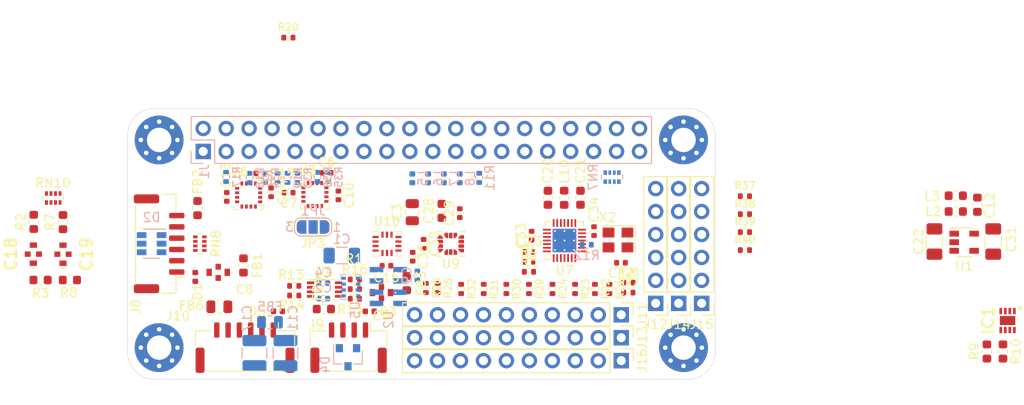
<source format=kicad_pcb>
(kicad_pcb (version 20221018) (generator pcbnew)
  (title_block (title "RasPi Zero NAV Hat") (date "2020-06-02") (rev "0.1") (company "chipiki.ru") (comment 1 "RasPi Zero NAV Hat"))
  (layers (0 "F.Cu" signal) (1 "In1.Cu" power) (2 "In2.Cu" power) (31 "B.Cu" signal) (34 "B.Paste" user) (35 "F.Paste" user) (36 "B.SilkS" user "B.Silkscreen") (37 "F.SilkS" user "F.Silkscreen") (38 "B.Mask" user) (39 "F.Mask" user) (44 "Edge.Cuts" user))
  (net 0 "")
  (net 1 "GNDD")
  (net 2 "+3V3")
  (net 3 "/CH32V203G6U6/PCA_VDD")
  (net 4 "Net-(D3-A1)")
  (net 5 "Net-(D1-A1)")
  (net 6 "+5V")
  (net 7 "Net-(D5-A1)")
  (net 8 "Net-(C8-Pad1)")
  (net 9 "/BMI_nCS")
  (net 10 "/IMU/BMI_INT2")
  (net 11 "Net-(D2-TVS1)")
  (net 12 "Net-(D2-TVS2)")
  (net 13 "Net-(D2-TVS3)")
  (net 14 "Net-(C5-Pad1)")
  (net 15 "Net-(D2-TVS4)")
  (net 16 "Net-(J9-Pin_3)")
  (net 17 "/BQ24313/BQ_IN")
  (net 18 "/POWER_CONN/BAT_CUR")
  (net 19 "Net-(C18-Pad3)")
  (net 20 "/POWER_CONN/BAT_VOLT")
  (net 21 "Net-(C19-Pad3)")
  (net 22 "Net-(J9-Pin_2)")
  (net 23 "Net-(J8-Pin_6)")
  (net 24 "Net-(J9-Pin_4)")
  (net 25 "Net-(J10-Pin_5)")
  (net 27 "/BQ24313/BQ_nFAULT")
  (net 28 "Net-(IC1-ILIM)")
  (net 29 "/BQ24313/BQ_nCE")
  (net 30 "/rbpi/Pin_7_PPM_SBUS_INPUT")
  (net 31 "/MS_nCS")
  (net 32 "/rbpi/Pin_13_PWM_EN")
  (net 33 "/rbpi/GPIO_22")
  (net 34 "/UART_RX")
  (net 35 "/UART_TX")
  (net 36 "/SDA1")
  (net 37 "/SCL1")
  (net 38 "/UART_CTS")
  (net 39 "/UART_RTS")
  (net 40 "/CUR_SENS")
  (net 41 "/VOLT_SENS")
  (net 42 "/SENS_VDD")
  (net 43 "/SENS_FGND")
  (net 44 "/SPI0_SCK")
  (net 45 "/SPI0_MISO")
  (net 46 "/SPI0_MOSI")
  (net 47 "/SENS_MOSI")
  (net 48 "/SENS_MISO")
  (net 49 "/SENS_SCK")
  (net 50 "/BQ24313_OUT")
  (net 51 "/SENSORS_POWER/MIC5504/MIC_VIN")
  (net 52 "/rbpi/Pin_16_MPU_DRDY")
  (net 53 "/rbpi/Pin_18")
  (net 54 "/rbpi/Pin_22")
  (net 55 "/PCA_nOE")
  (net 56 "/IMU/BMI_INT1")
  (net 57 "/BMP_nCS")
  (net 58 "/rbpi/GPIO_0_HAT_SDA")
  (net 59 "/rbpi/GPIO_1_HAT_SCL")
  (net 60 "/rbpi/GPIO_5")
  (net 61 "/rbpi/GPIO_6")
  (net 62 "/rbpi/GPIO_12")
  (net 63 "/rbpi/GPIO_13")
  (net 64 "/rbpi/GPIO_19")
  (net 65 "/rbpi/Pin_36")
  (net 66 "/rbpi/GPIO_26")
  (net 67 "/rbpi/Pin_38")
  (net 68 "/rbpi/Pin_40")
  (net 69 "/FB/Y4")
  (net 70 "/FB/X4")
  (net 71 "Net-(U4-EN)")
  (net 72 "Net-(RN10-R1.1)")
  (net 73 "Net-(RN10-R2.1)")
  (net 75 "/rbpi/SBUS_INPUT_RAW")
  (net 76 "/SENSORS_EN")
  (net 78 "/CH32V203G6U6/CH32_nRST")
  (net 79 "/CH32V203G6U6/CH32_VDD")
  (net 80 "Net-(U7-BOOT0)")
  (net 81 "/CH32V203G6U6/PWM_0")
  (net 82 "/CH32V203G6U6/PWM_1")
  (net 83 "/CH32V203G6U6/PWM_2")
  (net 84 "/CH32V203G6U6/PWM_3")
  (net 85 "/CH32V203G6U6/PWM_4")
  (net 86 "/CH32V203G6U6/PWM_5")
  (net 87 "/CH32V203G6U6/PWM_6")
  (net 88 "/CH32V203G6U6/PWM_7")
  (net 89 "/CH32V203G6U6/PWM_8")
  (net 90 "/CH32V203G6U6/PWM_9")
  (net 91 "/CH32V203G6U6/PWM_10")
  (net 92 "/CH32V203G6U6/PWM_11")
  (net 93 "/CH32V203G6U6/PWM_12")
  (net 94 "/CH32V203G6U6/PWM_13")
  (net 95 "/CH32V203G6U6/PWM_14")
  (net 96 "/CH32V203G6U6/PWM_15")
  (net 97 "/CH32V203G6U6/SERVO_POWER")
  (net 98 "/CH32V203G6U6/PWM_OUT0")
  (net 99 "/CH32V203G6U6/PWM_OUT1")
  (net 100 "/CH32V203G6U6/PWM_OUT2")
  (net 101 "/CH32V203G6U6/PWM_OUT3")
  (net 102 "/CH32V203G6U6/PWM_OUT4")
  (net 103 "/CH32V203G6U6/PWM_OUT5")
  (net 104 "/CH32V203G6U6/PWM_OUT6")
  (net 108 "/IMU/ICM_INT1")
  (net 110 "/IMU/ICM_INT2")
  (net 113 "/IMU/ICM_nCS")
  (net 114 "/CH32V203G6U6/PWM_OUT7")
  (net 115 "/CH32V203G6U6/PWM_OUT8")
  (net 116 "/CH32V203G6U6/PWM_OUT9")
  (net 117 "/CH32V203G6U6/PWM_OUT10")
  (net 118 "/CH32V203G6U6/PWM_OUT11")
  (net 119 "/CH32V203G6U6/PWM_OUT12")
  (net 120 "/CH32V203G6U6/PWM_OUT13")
  (net 121 "/CH32V203G6U6/PWM_OUT14")
  (net 122 "/CH32V203G6U6/PWM_OUT15")
  (net 123 "/CH32V203G6U6/CH32_EXTCLK")
  (net 124 "/CH32V203G6U6/ADC3")
  (net 126 "/MAG/MAG_IST_nRST")
  (net 127 "/MAG/MAG_IST_DRDY")
  (net 128 "Net-(U3-C1)")
  (net 129 "Net-(C13-Pad2)")
  (net 130 "Net-(U6-CAP)")
  (net 131 "Net-(JP1-C)")
  (net 132 "Net-(JP3-C)")
  (net 133 "/MAG/MAG_QMC_INT")
  (footprint "MountingHole:MountingHole_2.7mm_M2.5_Pad_Via" (layer "F.Cu") (at 3.5 3.5)
    (fp_text reference "MH1" hide)
    (fp_text value "M2.5")
    (pad "1" thru_hole circle locked (at -2.025 0) (size 0.8 0.8) (drill 0.5) (layers "*.Cu" "*.Mask") (net 1 "GNDD"))
    (pad "1" thru_hole circle locked (at -1.431891 -1.431891) (size 0.8 0.8) (drill 0.5) (layers "*.Cu" "*.Mask") (net 1 "GNDD"))
    (pad "1" thru_hole circle locked (at -1.431891 1.431891) (size 0.8 0.8) (drill 0.5) (layers "*.Cu" "*.Mask") (net 1 "GNDD"))
    (pad "1" thru_hole circle locked (at 0 -2.025) (size 0.8 0.8) (drill 0.5) (layers "*.Cu" "*.Mask") (net 1 "GNDD"))
    (pad "1" thru_hole circle locked (at 0 0) (size 5.4 5.4) (drill 2.7) (layers "*.Cu" "*.Mask") (net 1 "GNDD"))
    (pad "1" thru_hole circle locked (at 0 2.025) (size 0.8 0.8) (drill 0.5) (layers "*.Cu" "*.Mask") (net 1 "GNDD"))
    (pad "1" thru_hole circle locked (at 1.431891 -1.431891) (size 0.8 0.8) (drill 0.5) (layers "*.Cu" "*.Mask") (net 1 "GNDD"))
    (pad "1" thru_hole circle locked (at 1.431891 1.431891) (size 0.8 0.8) (drill 0.5) (layers "*.Cu" "*.Mask") (net 1 "GNDD"))
    (pad "1" thru_hole circle locked (at 2.025 0) (size 0.8 0.8) (drill 0.5) (layers "*.Cu" "*.Mask") (net 1 "GNDD"))
  )
  (footprint "MountingHole:MountingHole_2.7mm_M2.5_Pad_Via" (layer "F.Cu") (at 3.5 26.5)
    (fp_text reference "MH3" hide)
    (fp_text value "M2.5")
    (pad "1" thru_hole circle locked (at -2.025 0) (size 0.8 0.8) (drill 0.5) (layers "*.Cu" "*.Mask") (net 1 "GNDD"))
    (pad "1" thru_hole circle locked (at -1.431891 -1.431891) (size 0.8 0.8) (drill 0.5) (layers "*.Cu" "*.Mask") (net 1 "GNDD"))
    (pad "1" thru_hole circle locked (at -1.431891 1.431891) (size 0.8 0.8) (drill 0.5) (layers "*.Cu" "*.Mask") (net 1 "GNDD"))
    (pad "1" thru_hole circle locked (at 0 -2.025) (size 0.8 0.8) (drill 0.5) (layers "*.Cu" "*.Mask") (net 1 "GNDD"))
    (pad "1" thru_hole circle locked (at 0 0) (size 5.4 5.4) (drill 2.7) (layers "*.Cu" "*.Mask") (net 1 "GNDD"))
    (pad "1" thru_hole circle locked (at 0 2.025) (size 0.8 0.8) (drill 0.5) (layers "*.Cu" "*.Mask") (net 1 "GNDD"))
    (pad "1" thru_hole circle locked (at 1.431891 -1.431891) (size 0.8 0.8) (drill 0.5) (layers "*.Cu" "*.Mask") (net 1 "GNDD"))
    (pad "1" thru_hole circle locked (at 1.431891 1.431891) (size 0.8 0.8) (drill 0.5) (layers "*.Cu" "*.Mask") (net 1 "GNDD"))
    (pad "1" thru_hole circle locked (at 2.025 0) (size 0.8 0.8) (drill 0.5) (layers "*.Cu" "*.Mask") (net 1 "GNDD"))
  )
  (footprint "MountingHole:MountingHole_2.7mm_M2.5_Pad_Via" (layer "F.Cu") (at 61.5 26.5)
    (fp_text reference "MH4" hide)
    (fp_text value "M2.5")
    (pad "1" thru_hole circle locked (at -2.025 0) (size 0.8 0.8) (drill 0.5) (layers "*.Cu" "*.Mask") (net 1 "GNDD"))
    (pad "1" thru_hole circle locked (at -1.431891 -1.431891) (size 0.8 0.8) (drill 0.5) (layers "*.Cu" "*.Mask") (net 1 "GNDD"))
    (pad "1" thru_hole circle locked (at -1.431891 1.431891) (size 0.8 0.8) (drill 0.5) (layers "*.Cu" "*.Mask") (net 1 "GNDD"))
    (pad "1" thru_hole circle locked (at 0 -2.025) (size 0.8 0.8) (drill 0.5) (layers "*.Cu" "*.Mask") (net 1 "GNDD"))
    (pad "1" thru_hole circle locked (at 0 0) (size 5.4 5.4) (drill 2.7) (layers "*.Cu" "*.Mask") (net 1 "GNDD"))
    (pad "1" thru_hole circle locked (at 0 2.025) (size 0.8 0.8) (drill 0.5) (layers "*.Cu" "*.Mask") (net 1 "GNDD"))
    (pad "1" thru_hole circle locked (at 1.431891 -1.431891) (size 0.8 0.8) (drill 0.5) (layers "*.Cu" "*.Mask") (net 1 "GNDD"))
    (pad "1" thru_hole circle locked (at 1.431891 1.431891) (size 0.8 0.8) (drill 0.5) (layers "*.Cu" "*.Mask") (net 1 "GNDD"))
    (pad "1" thru_hole circle locked (at 2.025 0) (size 0.8 0.8) (drill 0.5) (layers "*.Cu" "*.Mask") (net 1 "GNDD"))
  )
  (footprint "MountingHole:MountingHole_2.7mm_M2.5_Pad_Via" (layer "F.Cu") (at 61.5 3.5)
    (fp_text reference "MH2" hide)
    (fp_text value "M2.5")
    (pad "1" thru_hole circle locked (at -2.025 0) (size 0.8 0.8) (drill 0.5) (layers "*.Cu" "*.Mask") (net 1 "GNDD"))
    (pad "1" thru_hole circle locked (at -1.431891 -1.431891) (size 0.8 0.8) (drill 0.5) (layers "*.Cu" "*.Mask") (net 1 "GNDD"))
    (pad "1" thru_hole circle locked (at -1.431891 1.431891) (size 0.8 0.8) (drill 0.5) (layers "*.Cu" "*.Mask") (net 1 "GNDD"))
    (pad "1" thru_hole circle locked (at 0 -2.025) (size 0.8 0.8) (drill 0.5) (layers "*.Cu" "*.Mask") (net 1 "GNDD"))
    (pad "1" thru_hole circle locked (at 0 0) (size 5.4 5.4) (drill 2.7) (layers "*.Cu" "*.Mask") (net 1 "GNDD"))
    (pad "1" thru_hole circle locked (at 0 2.025) (size 0.8 0.8) (drill 0.5) (layers "*.Cu" "*.Mask") (net 1 "GNDD"))
    (pad "1" thru_hole circle locked (at 1.431891 -1.431891) (size 0.8 0.8) (drill 0.5) (layers "*.Cu" "*.Mask") (net 1 "GNDD"))
    (pad "1" thru_hole circle locked (at 1.431891 1.431891) (size 0.8 0.8) (drill 0.5) (layers "*.Cu" "*.Mask") (net 1 "GNDD"))
    (pad "1" thru_hole circle locked (at 2.025 0) (size 0.8 0.8) (drill 0.5) (layers "*.Cu" "*.Mask") (net 1 "GNDD"))
  )
  (footprint "NFM21PC105B1C3D:NFM21PC105B1C3D" (layer "F.Cu") (at 10.033 18.161 180)
    (fp_text reference "C8" (at -2.921 -1.905) (layer "F.SilkS") (effects (font (thickness 0.1524))))
    (fp_text value "1uF/16V/0805/NFM21PC105B1C3D" hide)
    (pad "1" smd rect (at -1 0 180) (size 0.6 0.8) (layers "F.Cu" "F.Paste" "F.Mask") (net 8 "Net-(C8-Pad1)"))
    (pad "2" smd rect (at 0 -0.625 180) (size 0.6 0.65) (layers "F.Cu" "F.Paste" "F.Mask") (net 1 "GNDD"))
    (pad "2" smd rect (at 0 0.625 180) (size 0.6 0.65) (layers "F.Cu" "F.Paste" "F.Mask") (net 1 "GNDD"))
    (pad "3" smd rect (at 1 0 180) (size 0.6 0.8) (layers "F.Cu" "F.Paste" "F.Mask") (net 5 "Net-(D1-A1)"))
  )
  (footprint "Diode_SMD:D_0402_1005Metric" (layer "F.Cu") (at 7.493 18.669 -90)
    (fp_text reference "D1" (at 1.651 -0.254 90) (layer "F.SilkS"))
    (fp_text value "PESD0402-140")
    (pad "1" smd roundrect (at -0.485 0 270) (size 0.59 0.64) (layers "F.Cu" "F.Paste" "F.Mask") (net 5 "Net-(D1-A1)"))
    (pad "2" smd roundrect (at 0.485 0 270) (size 0.59 0.64) (layers "F.Cu" "F.Paste" "F.Mask") (net 1 "GNDD"))
  )
  (footprint "Inductor_SMD:L_0603_1608Metric" (layer "F.Cu") (at 12.827 17.399 90)
    (fp_text reference "FB1" (at 0 1.524 90) (layer "F.SilkS"))
    (fp_text value "Ferrite_Bead")
    (pad "1" smd roundrect (at -0.7875 0 90) (size 0.875 0.95) (layers "F.Cu" "F.Paste" "F.Mask") (net 8 "Net-(C8-Pad1)"))
    (pad "2" smd roundrect (at 0.7875 0 90) (size 0.875 0.95) (layers "F.Cu" "F.Paste" "F.Mask") (net 6 "+5V"))
  )
  (footprint "Inductor_SMD:L_0603_1608Metric" (layer "F.Cu") (at 7.747 11.049 -90)
    (fp_text reference "FB2" (at -2.921 0 90) (layer "F.SilkS"))
    (fp_text value "Ferrite_Bead")
    (pad "1" smd roundrect (at -0.7875 0 270) (size 0.875 0.95) (layers "F.Cu" "F.Paste" "F.Mask") (net 1 "GNDD"))
    (pad "2" smd roundrect (at 0.7875 0 270) (size 0.875 0.95) (layers "F.Cu" "F.Paste" "F.Mask") (net 23 "Net-(J8-Pin_6)"))
  )
  (footprint "Connector_JST:JST_GH_BM06B-GHS-TBT_1x06-1MP_P1.25mm_Vertical" (layer "F.Cu") (at 3.5 15 90)
    (fp_text reference "J8" (at -6.971 -2.611 90) (layer "F.SilkS"))
    (fp_text value "Conn_01x06_MountingPin")
    (pad "1" smd roundrect (at -3.125 1.95 90) (size 0.6 1.7) (layers "F.Cu" "F.Paste" "F.Mask") (net 5 "Net-(D1-A1)"))
    (pad "2" smd roundrect (at -1.875 1.95 90) (size 0.6 1.7) (layers "F.Cu" "F.Paste" "F.Mask") (net 15 "Net-(D2-TVS4)"))
    (pad "3" smd roundrect (at -0.625 1.95 90) (size 0.6 1.7) (layers "F.Cu" "F.Paste" "F.Mask") (net 13 "Net-(D2-TVS3)"))
    (pad "4" smd roundrect (at 0.625 1.95 90) (size 0.6 1.7) (layers "F.Cu" "F.Paste" "F.Mask") (net 12 "Net-(D2-TVS2)"))
    (pad "5" smd roundrect (at 1.875 1.95 90) (size 0.6 1.7) (layers "F.Cu" "F.Paste" "F.Mask") (net 11 "Net-(D2-TVS1)"))
    (pad "6" smd roundrect (at 3.125 1.95 90) (size 0.6 1.7) (layers "F.Cu" "F.Paste" "F.Mask") (net 23 "Net-(J8-Pin_6)"))
    (pad "MP" smd roundrect (at -4.975 -1.4 90) (size 1 2.8) (layers "F.Cu" "F.Paste" "F.Mask") (net 1 "GNDD"))
    (pad "MP" smd roundrect (at 4.975 -1.4 90) (size 1 2.8) (layers "F.Cu" "F.Paste" "F.Mask") (net 1 "GNDD"))
  )
  (footprint "Resistor_SMD:R_Array_Concave_4x0402" (layer "F.Cu") (at 8.001 14.986 180)
    (fp_text reference "RN8" (at -1.778 0 270) (layer "F.SilkS"))
    (fp_text value "120R")
    (pad "1" smd rect (at -0.5 -0.75 180) (size 0.5 0.32) (layers "F.Cu" "F.Paste" "F.Mask") (net 35 "/UART_TX"))
    (pad "2" smd rect (at -0.5 -0.25 180) (size 0.5 0.32) (layers "F.Cu" "F.Paste" "F.Mask") (net 34 "/UART_RX"))
    (pad "3" smd rect (at -0.5 0.25 180) (size 0.5 0.32) (layers "F.Cu" "F.Paste" "F.Mask") (net 38 "/UART_CTS"))
    (pad "4" smd rect (at -0.5 0.75 180) (size 0.5 0.32) (layers "F.Cu" "F.Paste" "F.Mask") (net 39 "/UART_RTS"))
    (pad "5" smd rect (at 0.5 0.75 180) (size 0.5 0.32) (layers "F.Cu" "F.Paste" "F.Mask") (net 11 "Net-(D2-TVS1)"))
    (pad "6" smd rect (at 0.5 0.25 180) (size 0.5 0.32) (layers "F.Cu" "F.Paste" "F.Mask") (net 12 "Net-(D2-TVS2)"))
    (pad "7" smd rect (at 0.5 -0.25 180) (size 0.5 0.32) (layers "F.Cu" "F.Paste" "F.Mask") (net 13 "Net-(D2-TVS3)"))
    (pad "8" smd rect (at 0.5 -0.75 180) (size 0.5 0.32) (layers "F.Cu" "F.Paste" "F.Mask") (net 15 "Net-(D2-TVS4)"))
  )
  (footprint "SON50P200X200X80-9N" (layer "F.Cu") (at 97.3375 23.5 -90)
    (fp_text reference "IC1" (at 0 2.159 90) (layer "F.SilkS") (effects (font (size 1.27 1.27) (thickness 0.254))))
    (fp_text value "BQ24315DSGR" hide)
    (pad "1" smd rect (at -1.05 -0.75) (size 0.3 0.7) (layers "F.Cu" "F.Paste" "F.Mask") (net 17 "/BQ24313/BQ_IN"))
    (pad "2" smd rect (at -1.05 -0.25) (size 0.3 0.7) (layers "F.Cu" "F.Paste" "F.Mask") (net 1 "GNDD"))
    (pad "3" smd rect (at -1.05 0.25) (size 0.3 0.7) (layers "F.Cu" "F.Paste" "F.Mask"))
    (pad "4" smd rect (at -1.05 0.75) (size 0.3 0.7) (layers "F.Cu" "F.Paste" "F.Mask") (net 27 "/BQ24313/BQ_nFAULT"))
    (pad "5" smd rect (at 1.05 0.75) (size 0.3 0.7) (layers "F.Cu" "F.Paste" "F.Mask") (net 29 "/BQ24313/BQ_nCE"))
    (pad "6" smd rect (at 1.05 0.25) (size 0.3 0.7) (layers "F.Cu" "F.Paste" "F.Mask") (net 1 "GNDD"))
    (pad "7" smd rect (at 1.05 -0.25) (size 0.3 0.7) (layers "F.Cu" "F.Paste" "F.Mask") (net 28 "Net-(IC1-ILIM)"))
    (pad "8" smd rect (at 1.05 -0.75) (size 0.3 0.7) (layers "F.Cu" "F.Paste" "F.Mask") (net 50 "/BQ24313_OUT"))
    (pad "9" smd rect (at 0 0 270) (size 1 1.7) (layers "F.Cu" "F.Paste" "F.Mask") (net 1 "GNDD"))
  )
  (footprint "NFM21PC105B1C3D:NFM21PC105B1C3D" (layer "F.Cu") (at 28.0924 20.4062 180)
    (fp_text reference "C5" (at 0 -2.54) (layer "F.SilkS") (effects (font (thickness 0.1524))))
    (fp_text value "1uF/16V/0805/NFM21PC105B1C3D" hide)
    (pad "1" smd rect (at -1 0 180) (size 0.6 0.8) (layers "F.Cu" "F.Paste" "F.Mask") (net 14 "Net-(C5-Pad1)"))
    (pad "2" smd rect (at 0 -0.625 180) (size 0.6 0.65) (layers "F.Cu" "F.Paste" "F.Mask") (net 1 "GNDD"))
    (pad "2" smd rect (at 0 0.625 180) (size 0.6 0.65) (layers "F.Cu" "F.Paste" "F.Mask") (net 1 "GNDD"))
    (pad "3" smd rect (at 1 0 180) (size 0.6 0.8) (layers "F.Cu" "F.Paste" "F.Mask") (net 4 "Net-(D3-A1)"))
  )
  (footprint "NFM21PC105B1C3D:NFM21PC105B1C3D" (layer "F.Cu") (at -10.413723 16.145187 90)
    (fp_text reference "C18" (at 0 -2.5005 90) (layer "F.SilkS") (effects (font (size 1.27 1.27) (thickness 0.254))))
    (fp_text value "1uF/16V/NFM21PC105B1C3D" hide)
    (pad "1" smd rect (at -1 0 90) (size 0.6 0.8) (layers "F.Cu" "F.Paste" "F.Mask") (net 18 "/POWER_CONN/BAT_CUR"))
    (pad "2" smd rect (at 0 -0.625 90) (size 0.6 0.65) (layers "F.Cu" "F.Paste" "F.Mask") (net 1 "GNDD"))
    (pad "2" smd rect (at 0 0.625 90) (size 0.6 0.65) (layers "F.Cu" "F.Paste" "F.Mask") (net 1 "GNDD"))
    (pad "3" smd rect (at 1 0 90) (size 0.6 0.8) (layers "F.Cu" "F.Paste" "F.Mask") (net 19 "Net-(C18-Pad3)"))
  )
  (footprint "NFM21PC105B1C3D:NFM21PC105B1C3D" (layer "F.Cu") (at -7.135723 16.154186 90)
    (fp_text reference "C19" (at 0 2.6035 90) (layer "F.SilkS") (effects (font (size 1.27 1.27) (thickness 0.254))))
    (fp_text value "1uF/16V/NFM21PC105B1C3D" hide)
    (pad "1" smd rect (at -1 0 90) (size 0.6 0.8) (layers "F.Cu" "F.Paste" "F.Mask") (net 20 "/POWER_CONN/BAT_VOLT"))
    (pad "2" smd rect (at 0 -0.625 90) (size 0.6 0.65) (layers "F.Cu" "F.Paste" "F.Mask") (net 1 "GNDD"))
    (pad "2" smd rect (at 0 0.625 90) (size 0.6 0.65) (layers "F.Cu" "F.Paste" "F.Mask") (net 1 "GNDD"))
    (pad "3" smd rect (at 1 0 90) (size 0.6 0.8) (layers "F.Cu" "F.Paste" "F.Mask") (net 21 "Net-(C19-Pad3)"))
  )
  (footprint "Diode_SMD:D_0402_1005Metric" (layer "F.Cu") (at 26.797 22.479)
    (fp_text reference "D3" (at 2.032 0) (layer "F.SilkS"))
    (fp_text value "PESD0402-140")
    (pad "1" smd roundrect (at -0.485 0) (size 0.59 0.64) (layers "F.Cu" "F.Paste" "F.Mask") (net 4 "Net-(D3-A1)"))
    (pad "2" smd roundrect (at 0.485 0) (size 0.59 0.64) (layers "F.Cu" "F.Paste" "F.Mask") (net 1 "GNDD"))
  )
  (footprint "Diode_SMD:D_0402_1005Metric" (layer "F.Cu") (at 16.637 22.479)
    (fp_text reference "D5" (at -2.286 0) (layer "F.SilkS"))
    (fp_text value "PESD0402-140")
    (pad "1" smd roundrect (at -0.485 0) (size 0.59 0.64) (layers "F.Cu" "F.Paste" "F.Mask") (net 7 "Net-(D5-A1)"))
    (pad "2" smd roundrect (at 0.485 0) (size 0.59 0.64) (layers "F.Cu" "F.Paste" "F.Mask") (net 1 "GNDD"))
  )
  (footprint "Inductor_SMD:L_0603_1608Metric" (layer "F.Cu") (at 30.8864 19.3548 90)
    (fp_text reference "FB3" (at 0 1.5875 90) (layer "F.SilkS"))
    (fp_text value "Ferrite_Bead")
    (pad "1" smd roundrect (at -0.7875 0 90) (size 0.875 0.95) (layers "F.Cu" "F.Paste" "F.Mask") (net 14 "Net-(C5-Pad1)"))
    (pad "2" smd roundrect (at 0.7875 0 90) (size 0.875 0.95) (layers "F.Cu" "F.Paste" "F.Mask") (net 6 "+5V"))
  )
  (footprint "Inductor_SMD:L_0603_1608Metric" (layer "F.Cu") (at 21.717 22.225)
    (fp_text reference "FB4" (at -0.6985 -2.286 90) (layer "F.SilkS"))
    (fp_text value "Ferrite_Bead")
    (pad "1" smd roundrect (at -0.7875 0) (size 0.875 0.95) (layers "F.Cu" "F.Paste" "F.Mask") (net 1 "GNDD"))
    (pad "2" smd roundrect (at 0.7875 0) (size 0.875 0.95) (layers "F.Cu" "F.Paste" "F.Mask") (net 24 "Net-(J9-Pin_4)"))
  )
  (footprint "Inductor_SMD:L_0805_2012Metric" (layer "F.Cu") (at 10.16 21.971)
    (fp_text reference "FB6" (at -3.1115 -0.127) (layer "F.SilkS"))
    (fp_text value "MPZ2012S221AT000")
    (pad "1" smd roundrect (at -0.9375 0) (size 0.975 1.4) (layers "F.Cu" "F.Paste" "F.Mask") (net 1 "GNDD"))
    (pad "2" smd roundrect (at 0.9375 0) (size 0.975 1.4) (layers "F.Cu" "F.Paste" "F.Mask") (net 25 "Net-(J10-Pin_5)"))
  )
  (footprint "Connector_JST:JST_GH_BM06B-GHS-TBT_1x06-1MP_P1.25mm_Vertical" (layer "F.Cu") (at 13 26.5 180)
    (fp_text reference "J10" (at 7.412 3.513) (layer "F.SilkS"))
    (fp_text value "JST_GH")
    (pad "1" smd roundrect (at -3.125 1.95 180) (size 0.6 1.7) (layers "F.Cu" "F.Paste" "F.Mask") (net 7 "Net-(D5-A1)"))
    (pad "2" smd roundrect (at -1.875 1.95 180) (size 0.6 1.7) (layers "F.Cu" "F.Paste" "F.Mask") (net 7 "Net-(D5-A1)"))
    (pad "3" smd roundrect (at -0.625 1.95 180) (size 0.6 1.7) (layers "F.Cu" "F.Paste" "F.Mask") (net 18 "/POWER_CONN/BAT_CUR"))
    (pad "4" smd roundrect (at 0.625 1.95 180) (size 0.6 1.7) (layers "F.Cu" "F.Paste" "F.Mask") (net 20 "/POWER_CONN/BAT_VOLT"))
    (pad "5" smd roundrect (at 1.875 1.95 180) (size 0.6 1.7) (layers "F.Cu" "F.Paste" "F.Mask") (net 25 "Net-(J10-Pin_5)"))
    (pad "6" smd roundrect (at 3.125 1.95 180) (size 0.6 1.7) (layers "F.Cu" "F.Paste" "F.Mask") (net 25 "Net-(J10-Pin_5)"))
    (pad "MP" smd roundrect (at -4.975 -1.4 180) (size 1 2.8) (layers "F.Cu" "F.Paste" "F.Mask") (net 1 "GNDD"))
    (pad "MP" smd roundrect (at 4.975 -1.4 180) (size 1 2.8) (layers "F.Cu" "F.Paste" "F.Mask") (net 1 "GNDD"))
  )
  (footprint "Resistor_SMD:R_0402_1005Metric" (layer "F.Cu") (at 25.146 18.9484)
    (fp_text reference "R1" (at -0.1016 -2.286) (layer "F.SilkS"))
    (fp_text value "200K")
    (pad "1" smd roundrect (at -0.51 0) (size 0.54 0.64) (layers "F.Cu" "F.Paste" "F.Mask") (net 71 "Net-(U4-EN)"))
    (pad "2" smd roundrect (at 0.51 0) (size 0.54 0.64) (layers "F.Cu" "F.Paste" "F.Mask") (net 2 "+3V3"))
  )
  (footprint "Inductor_SMD:L_0603_1608Metric" (layer "F.Cu") (at -10.374224 12.572686 90)
    (fp_text reference "R2" (at 0 -1.43 90) (layer "F.SilkS"))
    (fp_text value "10K/0.1%")
    (pad "1" smd roundrect (at -0.7875 0 90) (size 0.875 0.95) (layers "F.Cu" "F.Paste" "F.Mask") (net 19 "Net-(C18-Pad3)"))
    (pad "2" smd roundrect (at 0.7875 0 90) (size 0.875 0.95) (layers "F.Cu" "F.Paste" "F.Mask") (net 72 "Net-(RN10-R1.1)"))
  )
  (footprint "Inductor_SMD:L_0603_1608Metric" (layer "F.Cu") (at -9.612223 19.011686)
    (fp_text reference "R3" (at 0 1.4605) (layer "F.SilkS"))
    (fp_text value "1M")
    (pad "1" smd roundrect (at -0.7875 0) (size 0.875 0.95) (layers "F.Cu" "F.Paste" "F.Mask") (net 18 "/POWER_CONN/BAT_CUR"))
    (pad "2" smd roundrect (at 0.7875 0) (size 0.875 0.95) (layers "F.Cu" "F.Paste" "F.Mask") (net 1 "GNDD"))
  )
  (footprint "Inductor_SMD:L_0603_1608Metric" (layer "F.Cu") (at -7.135724 12.598185 90)
    (fp_text reference "R7" (at 0 -1.43 90) (layer "F.SilkS"))
    (fp_text value "10K/0.1%")
    (pad "1" smd roundrect (at -0.7875 0 90) (size 0.875 0.95) (layers "F.Cu" "F.Paste" "F.Mask") (net 21 "Net-(C19-Pad3)"))
    (pad "2" smd roundrect (at 0.7875 0 90) (size 0.875 0.95) (layers "F.Cu" "F.Paste" "F.Mask") (net 73 "Net-(RN10-R2.1)"))
  )
  (footprint "Inductor_SMD:L_0603_1608Metric" (layer "F.Cu") (at -6.373723 19.011686)
    (fp_text reference "R8" (at -0.127 1.397) (layer "F.SilkS"))
    (fp_text value "1M")
    (pad "1" smd roundrect (at -0.7875 0) (size 0.875 0.95) (layers "F.Cu" "F.Paste" "F.Mask") (net 20 "/POWER_CONN/BAT_VOLT"))
    (pad "2" smd roundrect (at 0.7875 0) (size 0.875 0.95) (layers "F.Cu" "F.Paste" "F.Mask") (net 1 "GNDD"))
  )
  (footprint "Resistor_SMD:R_0603_1608Metric" (layer "F.Cu") (at 95.0515 26.929 -90)
    (fp_text reference "R9" (at 0 1.397 90) (layer "F.SilkS"))
    (fp_text value "10K")
    (pad "1" smd roundrect (at -0.7875 0 270) (size 0.875 0.95) (layers "F.Cu" "F.Paste" "F.Mask") (net 29 "/BQ24313/BQ_nCE"))
    (pad "2" smd roundrect (at 0.7875 0 270) (size 0.875 0.95) (layers "F.Cu" "F.Paste" "F.Mask") (net 1 "GNDD"))
  )
  (footprint "Resistor_SMD:R_0603_1608Metric" (layer "F.Cu") (at 96.8295 26.929 -90)
    (fp_text reference "R10" (at 0 -1.43 90) (layer "F.SilkS"))
    (fp_text value "25K")
    (pad "1" smd roundrect (at -0.7875 0 270) (size 0.875 0.95) (layers "F.Cu" "F.Paste" "F.Mask") (net 28 "Net-(IC1-ILIM)"))
    (pad "2" smd roundrect (at 0.7875 0 270) (size 0.875 0.95) (layers "F.Cu" "F.Paste" "F.Mask") (net 1 "GNDD"))
  )
  (footprint "Resistor_SMD:R_Array_Concave_4x0402" (layer "F.Cu") (at -8.215224 9.931186 90)
    (fp_text reference "RN10" (at 1.676186 -0.039776 180) (layer "F.SilkS"))
    (fp_text value "10K/1%")
    (pad "1" smd rect (at -0.5 -0.75 90) (size 0.5 0.32) (layers "F.Cu" "F.Paste" "F.Mask") (net 72 "Net-(RN10-R1.1)"))
    (pad "2" smd rect (at -0.5 -0.25 90) (size 0.5 0.32) (layers "F.Cu" "F.Paste" "F.Mask") (net 73 "Net-(RN10-R2.1)"))
    (pad "3" smd rect (at -0.5 0.25 90) (size 0.5 0.32) (layers "F.Cu" "F.Paste" "F.Mask") (net 1 "GNDD"))
    (pad "4" smd rect (at -0.5 0.75 90) (size 0.5 0.32) (layers "F.Cu" "F.Paste" "F.Mask") (net 1 "GNDD"))
    (pad "5" smd rect (at 0.5 0.75 90) (size 0.5 0.32) (layers "F.Cu" "F.Paste" "F.Mask") (net 40 "/CUR_SENS"))
    (pad "6" smd rect (at 0.5 0.25 90) (size 0.5 0.32) (layers "F.Cu" "F.Paste" "F.Mask") (net 41 "/VOLT_SENS"))
    (pad "7" smd rect (at 0.5 -0.25 90) (size 0.5 0.32) (layers "F.Cu" "F.Paste" "F.Mask") (net 41 "/VOLT_SENS"))
    (pad "8" smd rect (at 0.5 -0.75 90) (size 0.5 0.32) (layers "F.Cu" "F.Paste" "F.Mask") (net 40 "/CUR_SENS"))
  )
  (footprint "Package_SO:VSSOP-8_2.3x2mm_P0.5mm" (layer "F.Cu") (at 21.7932 20.066)
    (fp_text reference "U4" (at 0 -1.9812) (layer "F.SilkS"))
    (fp_text value "PCA9306DC")
    (pad "1" smd rect (at -1.55 -0.75 270) (size 0.3 0.8) (layers "F.Cu" "F.Paste" "F.Mask") (net 2 "+3V3"))
    (pad "2" smd rect (at -1.55 -0.25 270) (size 0.3 0.8) (layers "F.Cu" "F.Paste" "F.Mask") (net 37 "/SCL1"))
    (pad "3" smd rect (at -1.55 0.25 270) (size 0.3 0.8) (layers "F.Cu" "F.Paste" "F.Mask") (net 36 "/SDA1"))
    (pad "4" smd rect (at -1.55 0.75 270) (size 0.3 0.8) (layers "F.Cu" "F.Paste" "F.Mask") (net 1 "GNDD"))
    (pad "5" smd rect (at 1.55 0.75 270) (size 0.3 0.8) (layers "F.Cu" "F.Paste" "F.Mask") (net 16 "Net-(J9-Pin_3)"))
    (pad "6" smd rect (at 1.55 0.25 270) (size 0.3 0.8) (layers "F.Cu" "F.Paste" "F.Mask") (net 22 "Net-(J9-Pin_2)"))
    (pad "7" smd rect (at 1.55 -0.25 270) (size 0.3 0.8) (layers "F.Cu" "F.Paste" "F.Mask") (net 71 "Net-(U4-EN)"))
    (pad "8" smd rect (at 1.55 -0.75 270) (size 0.3 0.8) (layers "F.Cu" "F.Paste" "F.Mask") (net 71 "Net-(U4-EN)"))
  )
  (footprint "Connector_JST:JST_GH_BM04B-GHS-TBT_1x04-1MP_P1.25mm_Vertical" (layer "F.Cu") (at 24.4475 26.5 180)
    (fp_text reference "J9" (at 3.5687 2.5732) (layer "F.SilkS"))
    (fp_text value "JST_GH")
    (pad "1" smd roundrect (at -1.875 1.95 180) (size 0.6 1.7) (layers "F.Cu" "F.Paste" "F.Mask") (net 4 "Net-(D3-A1)"))
    (pad "2" smd roundrect (at -0.625 1.95 180) (size 0.6 1.7) (layers "F.Cu" "F.Paste" "F.Mask") (net 22 "Net-(J9-Pin_2)"))
    (pad "3" smd roundrect (at 0.625 1.95 180) (size 0.6 1.7) (layers "F.Cu" "F.Paste" "F.Mask") (net 16 "Net-(J9-Pin_3)"))
    (pad "4" smd roundrect (at 1.875 1.95 180) (size 0.6 1.7) (layers "F.Cu" "F.Paste" "F.Mask") (net 24 "Net-(J9-Pin_4)"))
    (pad "MP" smd roundrect (at -3.725 -1.4 180) (size 1 2.8) (layers "F.Cu" "F.Paste" "F.Mask") (net 1 "GNDD"))
    (pad "MP" smd roundrect (at 3.725 -1.4 180) (size 1 2.8) (layers "F.Cu" "F.Paste" "F.Mask") (net 1 "GNDD"))
  )
  (footprint "Capacitor_SMD:C_0805_2012Metric" (layer "F.Cu") (at 31.5 11.5 90)
    (fp_text reference "C3" (at 0 -1.68 90) (layer "F.SilkS"))
    (fp_text value "22uF/10V")
    (pad "1" smd roundrect (at -0.95 0 90) (size 1 1.45) (layers "F.Cu" "F.Paste" "F.Mask") (net 42 "/SENS_VDD"))
    (pad "2" smd roundrect (at 0.95 0 90) (size 1 1.45) (layers "F.Cu" "F.Paste" "F.Mask") (net 43 "/SENS_FGND"))
  )
  (footprint "Capacitor_SMD:C_0603_1608Metric" (layer "F.Cu") (at 94 10.672603 90)
    (fp_text reference "C12" (at -0.077397 1.391071 90) (layer "F.SilkS"))
    (fp_text value "100nF")
    (pad "1" smd roundrect (at -0.7875 0 90) (size 0.875 0.95) (layers "F.Cu" "F.Paste" "F.Mask") (net 50 "/BQ24313_OUT"))
    (pad "2" smd roundrect (at 0.7875 0 90) (size 0.875 0.95) (layers "F.Cu" "F.Paste" "F.Mask") (net 1 "GNDD"))
  )
  (footprint "Capacitor_SMD:C_1206_3216Metric" (layer "F.Cu") (at 89.25 14.75 -90)
    (fp_text reference "C22" (at 0 1.75 90) (layer "F.SilkS"))
    (fp_text value "22uF/10V")
    (pad "1" smd roundrect (at -1.4 0 270) (size 1.25 1.75) (layers "F.Cu" "F.Paste" "F.Mask") (roundrect_rratio 0.2) (net 51 "/SENSORS_POWER/MIC5504/MIC_VIN"))
    (pad "2" smd roundrect (at 1.4 0 270) (size 1.25 1.75) (layers "F.Cu" "F.Paste" "F.Mask") (roundrect_rratio 0.2) (net 43 "/SENS_FGND"))
  )
  (footprint "Capacitor_SMD:C_1206_3216Metric" (layer "F.Cu") (at 95.75 14.75 -90)
    (fp_text reference "C31" (at -0.25 -2 90) (layer "F.SilkS"))
    (fp_text value "22uF/10V")
    (pad "1" smd roundrect (at -1.4 0 270) (size 1.25 1.75) (layers "F.Cu" "F.Paste" "F.Mask") (roundrect_rratio 0.2) (net 42 "/SENS_VDD"))
    (pad "2" smd roundrect (at 1.4 0 270) (size 1.25 1.75) (layers "F.Cu" "F.Paste" "F.Mask") (roundrect_rratio 0.2) (net 43 "/SENS_FGND"))
  )
  (footprint "Inductor_SMD:L_0603_1608Metric" (layer "F.Cu") (at 91.608929 11.422604 180)
    (fp_text reference "L2" (at 2.5 0) (layer "F.SilkS"))
    (fp_text value "Ferrite_Bead")
    (pad "1" smd roundrect (at -0.7875 0 180) (size 0.875 0.95) (layers "F.Cu" "F.Paste" "F.Mask") (net 50 "/BQ24313_OUT"))
    (pad "2" smd roundrect (at 0.7875 0 180) (size 0.875 0.95) (layers "F.Cu" "F.Paste" "F.Mask") (net 51 "/SENSORS_POWER/MIC5504/MIC_VIN"))
  )
  (footprint "Inductor_SMD:L_0603_1608Metric" (layer "F.Cu") (at 91.60893 9.672603 180)
    (fp_text reference "L3" (at 2.60893 -0.077397) (layer "F.SilkS"))
    (fp_text value "Ferrite_Bead")
    (pad "1" smd roundrect (at -0.7875 0 180) (size 0.875 0.95) (layers "F.Cu" "F.Paste" "F.Mask") (net 1 "GNDD"))
    (pad "2" smd roundrect (at 0.7875 0 180) (size 0.875 0.95) (layers "F.Cu" "F.Paste" "F.Mask") (net 43 "/SENS_FGND"))
  )
  (footprint "Package_TO_SOT_SMD:SOT-23-5" (layer "F.Cu") (at 92.535001 14.825001)
    (fp_text reference "U1" (at 0 2.674999) (layer "F.SilkS"))
    (fp_text value "MIC5504-3.3YM5")
    (pad "1" smd rect (at -1.1 -0.95) (size 1.06 0.65) (layers "F.Cu" "F.Paste" "F.Mask") (net 51 "/SENSORS_POWER/MIC5504/MIC_VIN"))
    (pad "2" smd rect (at -1.1 0) (size 1.06 0.65) (layers "F.Cu" "F.Paste" "F.Mask") (net 43 "/SENS_FGND"))
    (pad "3" smd rect (at -1.1 0.95) (size 1.06 0.65) (layers "F.Cu" "F.Paste" "F.Mask") (net 76 "/SENSORS_EN"))
    (pad "4" smd rect (at 1.1 0.95) (size 1.06 0.65) (layers "F.Cu" "F.Paste" "F.Mask"))
    (pad "5" smd rect (at 1.1 -0.95) (size 1.06 0.65) (layers "F.Cu" "F.Paste" "F.Mask") (net 42 "/SENS_VDD"))
  )
  (footprint "Capacitor_SMD:C_0402_1005Metric" (layer "F.Cu") (at 32.75 15 -90)
    (fp_text reference "C30" (at 0 -1.16 -90) (layer "F.SilkS"))
    (fp_text value "0.1uF")
    (pad "1" smd roundrect (at -0.48 0 270) (size 0.56 0.62) (layers "F.Cu" "F.Paste" "F.Mask") (net 42 "/SENS_VDD"))
    (pad "2" smd roundrect (at 0.48 0 270) (size 0.56 0.62) (layers "F.Cu" "F.Paste" "F.Mask") (net 43 "/SENS_FGND"))
  )
  (footprint "Package_LGA:LGA-14_3x2.5mm_P0.5mm_LayoutBorder3x4y" (layer "F.Cu") (at 35.75 15 180)
    (fp_text reference "U9" (at 0 -2.2) (layer "F.SilkS"))
    (fp_text value "ICM-42688-P")
    (pad "1" smd custom (at -1.1625 -0.75 180) (size 0.223223 0.223223) (layers "F.Cu" "F.Paste" "F.Mask") (net 48 "/SENS_MISO") (options (clearance outline) (anchor circle)) (primitives (gr_poly (pts (xy -0.2375 -0.125) (xy 0.031434 -0.125) (xy 0.2375 0.081066) (xy 0.2375 0.125) (xy -0.2375 0.125)) (width 0.15) (fill yes))))
    (pad "2" smd roundrect (at -1.1625 -0.25 180) (size 0.625 0.4) (layers "F.Cu" "F.Paste" "F.Mask"))
    (pad "3" smd roundrect (at -1.1625 0.25 180) (size 0.625 0.4) (layers "F.Cu" "F.Paste" "F.Mask"))
    (pad "4" smd custom (at -1.1625 0.75 180) (size 0.223223 0.223223) (layers "F.Cu" "F.Paste" "F.Mask") (net 108 "/IMU/ICM_INT1") (options (clearance outline) (anchor circle)) (primitives (gr_poly (pts (xy -0.2375 -0.125) (xy 0.2375 -0.125) (xy 0.2375 -0.081066) (xy 0.031434 0.125) (xy -0.2375 0.125)) (width 0.15) (fill yes))))
    (pad "5" smd custom (at -0.5 0.9125 180) (size 0.223223 0.223223) (layers "F.Cu" "F.Paste" "F.Mask") (net 42 "/SENS_VDD") (options (clearance outline) (anchor circle)) (primitives (gr_poly (pts (xy -0.125 -0.031434) (xy 0.081066 -0.2375) (xy 0.125 -0.2375) (xy 0.125 0.2375) (xy -0.125 0.2375)) (width 0.15) (fill yes))))
    (pad "6" smd roundrect (at 0 0.9125 180) (size 0.4 0.625) (layers "F.Cu" "F.Paste" "F.Mask") (net 43 "/SENS_FGND"))
    (pad "7" smd custom (at 0.5 0.9125 180) (size 0.223223 0.223223) (layers "F.Cu" "F.Paste" "F.Mask") (options (clearance outline) (anchor circle)) (primitives (gr_poly (pts (xy -0.125 -0.2375) (xy -0.081066 -0.2375) (xy 0.125 -0.031434) (xy 0.125 0.2375) (xy -0.125 0.2375)) (width 0.15) (fill yes))))
    (pad "8" smd custom (at 1.1625 0.75 180) (size 0.223223 0.223223) (layers "F.Cu" "F.Paste" "F.Mask") (net 42 "/SENS_VDD") (options (clearance outline) (anchor circle)) (primitives (gr_poly (pts (xy -0.2375 -0.125) (xy 0.2375 -0.125) (xy 0.2375 0.125) (xy -0.031434 0.125) (xy -0.2375 -0.081066)) (width 0.15) (fill yes))))
    (pad "9" smd roundrect (at 1.1625 0.25 180) (size 0.625 0.4) (layers "F.Cu" "F.Paste" "F.Mask") (net 110 "/IMU/ICM_INT2"))
    (pad "10" smd roundrect (at 1.1625 -0.25 180) (size 0.625 0.4) (layers "F.Cu" "F.Paste" "F.Mask"))
    (pad "11" smd custom (at 1.1625 -0.75 180) (size 0.223223 0.223223) (layers "F.Cu" "F.Paste" "F.Mask") (options (clearance outline) (anchor circle)) (primitives (gr_poly (pts (xy -0.2375 0.081066) (xy -0.031434 -0.125) (xy 0.2375 -0.125) (xy 0.2375 0.125) (xy -0.2375 0.125)) (width 0.15) (fill yes))))
    (pad "12" smd custom (at 0.5 -0.9125 180) (size 0.223223 0.223223) (layers "F.Cu" "F.Paste" "F.Mask") (net 113 "/IMU/ICM_nCS") (options (clearance outline) (anchor circle)) (primitives (gr_poly (pts (xy -0.125 -0.2375) (xy 0.125 -0.2375) (xy 0.125 0.031434) (xy -0.081066 0.2375) (xy -0.125 0.2375)) (width 0.15) (fill yes))))
    (pad "13" smd roundrect (at 0 -0.9125 180) (size 0.4 0.625) (layers "F.Cu" "F.Paste" "F.Mask") (net 49 "/SENS_SCK"))
    (pad "14" smd custom (at -0.5 -0.9125 180) (size 0.223223 0.223223) (layers "F.Cu" "F.Paste" "F.Mask") (net 47 "/SENS_MOSI") (options (clearance outline) (anchor circle)) (primitives (gr_poly (pts (xy -0.125 -0.2375) (xy 0.125 -0.2375) (xy 0.125 0.2375) (xy 0.081066 0.2375) (xy -0.125 0.031434)) (width 0.15) (fill yes))))
  )
  (footprint "Capacitor_SMD:C_0402_1005Metric" (layer "F.Cu") (at 36.75 11.605483 90)
    (fp_text reference "C29" (at 0 -1.16 90) (layer "F.SilkS"))
    (fp_text value "10nF")
    (pad "1" smd roundrect (at -0.48 0 90) (size 0.56 0.62) (layers "F.Cu" "F.Paste" "F.Mask") (net 42 "/SENS_VDD"))
    (pad "2" smd roundrect (at 0.48 0 90) (size 0.56 0.62) (layers "F.Cu" "F.Paste" "F.Mask") (net 43 "/SENS_FGND"))
  )
  (footprint "Capacitor_SMD:C_0603_1608Metric" (layer "F.Cu") (at 34.756704 11.35148 90)
    (fp_text reference "C28" (at 0 -1.43 90) (layer "F.SilkS"))
    (fp_text value "4.7uF")
    (pad "1" smd roundrect (at -0.775 0 90) (size 0.9 0.95) (layers "F.Cu" "F.Paste" "F.Mask") (net 42 "/SENS_VDD"))
    (pad "2" smd roundrect (at 0.775 0 90) (size 0.9 0.95) (layers "F.Cu" "F.Paste" "F.Mask") (net 43 "/SENS_FGND"))
  )
  (footprint "Capacitor_SMD:C_0402_1005Metric" (layer "F.Cu") (at 22.025 7.14)
    (fp_text reference "C6" (at 0 -1.16) (layer "F.SilkS"))
    (fp_text value "0.1uF")
    (pad "1" smd roundrect (at -0.48 0) (size 0.56 0.62) (layers "F.Cu" "F.Paste" "F.Mask") (net 42 "/SENS_VDD"))
    (pad "2" smd roundrect (at 0.48 0) (size 0.56 0.62) (layers "F.Cu" "F.Paste" "F.Mask") (net 43 "/SENS_FGND"))
  )
  (footprint "Package_LGA:Bosch_LGA-14_3x2.5mm_P0.5mm" (layer "F.Cu") (at 28.7 15)
    (fp_text reference "U10" (at 0 -2.5) (layer "F.SilkS"))
    (fp_text value "BMI160")
    (pad "1" smd rect (at -1.2625 -0.75) (size 0.675 0.25) (layers "F.Cu" "F.Paste" "F.Mask") (net 48 "/SENS_MISO"))
    (pad "2" smd rect (at -1.2625 -0.25) (size 0.675 0.25) (layers "F.Cu" "F.Paste" "F.Mask") (net 42 "/SENS_VDD"))
    (pad "3" smd rect (at -1.2625 0.25) (size 0.675 0.25) (layers "F.Cu" "F.Paste" "F.Mask") (net 42 "/SENS_VDD"))
    (pad "4" smd rect (at -1.2625 0.75) (size 0.675 0.25) (layers "F.Cu" "F.Paste" "F.Mask") (net 10 "/IMU/BMI_INT2"))
    (pad "5" smd rect (at -0.5 1.0125) (size 0.25 0.675) (layers "F.Cu" "F.Paste" "F.Mask") (net 42 "/SENS_VDD"))
    (pad "6" smd rect (at 0 1.0125) (size 0.25 0.675) (layers "F.Cu" "F.Paste" "F.Mask") (net 43 "/SENS_FGND"))
    (pad "7" smd rect (at 0.5 1.0125) (size 0.25 0.675) (layers "F.Cu" "F.Paste" "F.Mask") (net 43 "/SENS_FGND"))
    (pad "8" smd rect (at 1.2625 0.75) (size 0.675 0.25) (layers "F.Cu" "F.Paste" "F.Mask") (net 42 "/SENS_VDD"))
    (pad "9" smd rect (at 1.2625 0.25) (size 0.675 0.25) (layers "F.Cu" "F.Paste" "F.Mask") (net 56 "/IMU/BMI_INT1"))
    (pad "10" smd rect (at 1.2625 -0.25) (size 0.675 0.25) (layers "F.Cu" "F.Paste" "F.Mask") (net 42 "/SENS_VDD"))
    (pad "11" smd rect (at 1.2625 -0.75) (size 0.675 0.25) (layers "F.Cu" "F.Paste" "F.Mask"))
    (pad "12" smd rect (at 0.5 -1.0125) (size 0.25 0.675) (layers "F.Cu" "F.Paste" "F.Mask") (net 9 "/BMI_nCS"))
    (pad "13" smd rect (at 0 -1.0125) (size 0.25 0.675) (layers "F.Cu" "F.Paste" "F.Mask") (net 49 "/SENS_SCK"))
    (pad "14" smd rect (at -0.5 -1.0125) (size 0.25 0.675) (layers "F.Cu" "F.Paste" "F.Mask") (net 47 "/SENS_MOSI"))
  )
  (footprint "Connector_PinHeader_2.54mm:PinHeader_1x06_P2.54mm_Vertical" (layer "F.Cu") (at 58.42 21.59 180)
    (fp_text reference "J12" (at 0 -2.33) (layer "F.SilkS"))
    (fp_text value "Conn_01x06")
    (pad "1" thru_hole rect (at 0 0 180) (size 1.7 1.7) (drill 1) (layers "*.Cu" "*.Mask") (net 91 "/CH32V203G6U6/PWM_10"))
    (pad "2" thru_hole oval (at 0 2.54 180) (size 1.7 1.7) (drill 1) (layers "*.Cu" "*.Mask") (net 92 "/CH32V203G6U6/PWM_11"))
    (pad "3" thru_hole oval (at 0 5.08 180) (size 1.7 1.7) (drill 1) (layers "*.Cu" "*.Mask") (net 93 "/CH32V203G6U6/PWM_12"))
    (pad "4" thru_hole oval (at 0 7.62 180) (size 1.7 1.7) (drill 1) (layers "*.Cu" "*.Mask") (net 94 "/CH32V203G6U6/PWM_13"))
    (pad "5" thru_hole oval (at 0 10.16 180) (size 1.7 1.7) (drill 1) (layers "*.Cu" "*.Mask") (net 95 "/CH32V203G6U6/PWM_14"))
    (pad "6" thru_hole oval (at 0 12.7 180) (size 1.7 1.7) (drill 1) (layers "*.Cu" "*.Mask") (net 96 "/CH32V203G6U6/PWM_15"))
  )
  (footprint "Capacitor_SMD:C_0402_1005Metric" (layer "F.Cu") (at 15.88 9.3 90)
    (fp_text reference "C14" (at 0 1.3 90) (layer "F.SilkS"))
    (fp_text value "4.7uF")
    (pad "1" smd roundrect (at -0.48 0 90) (size 0.56 0.62) (layers "F.Cu" "F.Paste" "F.Mask") (net 130 "Net-(U6-CAP)"))
    (pad "2" smd roundrect (at 0.48 0 90) (size 0.56 0.62) (layers "F.Cu" "F.Paste" "F.Mask") (net 43 "/SENS_FGND"))
  )
  (footprint "Resistor_SMD:R_0402_1005Metric" (layer "F.Cu") (at 41.9 20 -90)
    (fp_text reference "R30" (at 0 -1.17 90) (layer "F.SilkS") (effects (font (size 0.8 0.8))))
    (fp_text value "220К")
    (pad "1" smd roundrect (at -0.51 0 270) (size 0.54 0.64) (layers "F.Cu" "F.Paste" "F.Mask") (net 103 "/CH32V203G6U6/PWM_OUT5"))
    (pad "2" smd roundrect (at 0.51 0 270) (size 0.54 0.64) (layers "F.Cu" "F.Paste" "F.Mask") (net 86 "/CH32V203G6U6/PWM_5"))
  )
  (footprint "Package_LGA:LGA-16_3x3mm_P0.5mm" (layer "F.Cu") (at 20.725 9.55)
    (fp_text reference "U3" (at -0.8 -2.61) (layer "F.SilkS"))
    (fp_text value "IST8310")
    (pad "1" smd rect (at -1.275 -0.75 90) (size 0.3 0.45) (layers "F.Cu" "F.Paste" "F.Mask") (net 37 "/SCL1"))
    (pad "2" smd rect (at -1.275 -0.25 90) (size 0.3 0.45) (layers "F.Cu" "F.Paste" "F.Mask") (net 42 "/SENS_VDD"))
    (pad "3" smd rect (at -1.275 0.25 90) (size 0.3 0.45) (layers "F.Cu" "F.Paste" "F.Mask"))
    (pad "4" smd rect (at -1.275 0.75 90) (size 0.3 0.45) (layers "F.Cu" "F.Paste" "F.Mask"))
    (pad "5" smd rect (at -0.75 1.275) (size 0.3 0.45) (layers "F.Cu" "F.Paste" "F.Mask") (net 132 "Net-(JP3-C)"))
    (pad "6" smd rect (at -0.25 1.275) (size 0.3 0.45) (layers "F.Cu" "F.Paste" "F.Mask") (net 131 "Net-(JP1-C)"))
    (pad "7" smd rect (at 0.25 1.275) (size 0.3 0.45) (layers "F.Cu" "F.Paste" "F.Mask") (net 42 "/SENS_VDD"))
    (pad "8" smd rect (at 0.75 1.275) (size 0.3 0.45) (layers "F.Cu" "F.Paste" "F.Mask"))
    (pad "9" smd rect (at 1.275 0.75 90) (size 0.3 0.45) (layers "F.Cu" "F.Paste" "F.Mask") (net 43 "/SENS_FGND"))
    (pad "10" smd rect (at 1.275 0.25 90) (size 0.3 0.45) (layers "F.Cu" "F.Paste" "F.Mask") (net 128 "Net-(U3-C1)"))
    (pad "11" smd rect (at 1.275 -0.25 90) (size 0.3 0.45) (layers "F.Cu" "F.Paste" "F.Mask") (net 43 "/SENS_FGND"))
    (pad "12" smd rect (at 1.275 -0.75 90) (size 0.3 0.45) (layers "F.Cu" "F.Paste" "F.Mask"))
    (pad "13" smd rect (at 0.75 -1.275) (size 0.3 0.45) (layers "F.Cu" "F.Paste" "F.Mask") (net 42 "/SENS_VDD"))
    (pad "14" smd rect (at 0.25 -1.275) (size 0.3 0.45) (layers "F.Cu" "F.Paste" "F.Mask") (net 126 "/MAG/MAG_IST_nRST"))
    (pad "15" smd rect (at -0.25 -1.275) (size 0.3 0.45) (layers "F.Cu" "F.Paste" "F.Mask") (net 127 "/MAG/MAG_IST_DRDY"))
    (pad "16" smd rect (at -0.75 -1.275) (size 0.3 0.45) (layers "F.Cu" "F.Paste" "F.Mask") (net 36 "/SDA1"))
  )
  (footprint "Resistor_SMD:R_0402_1005Metric" (layer "F.Cu") (at 55.4 19.3)
    (fp_text reference "R28" (at 0 -1.17) (layer "F.SilkS") (effects (font (size 0.8 0.8))))
    (fp_text value "220К")
    (pad "1" smd roundrect (at -0.51 0) (size 0.54 0.64) (layers "F.Cu" "F.Paste" "F.Mask") (net 118 "/CH32V203G6U6/PWM_OUT11"))
    (pad "2" smd roundrect (at 0.51 0) (size 0.54 0.64) (layers "F.Cu" "F.Paste" "F.Mask") (net 92 "/CH32V203G6U6/PWM_11"))
  )
  (footprint "Capacitor_SMD:C_0603_1608Metric" (layer "F.Cu") (at 50.1 9.9 90)
    (fp_text reference "C21" (at 3 0 90) (layer "F.SilkS"))
    (fp_text value "10uF")
    (pad "1" smd roundrect (at -0.775 0 90) (size 0.9 0.95) (layers "F.Cu" "F.Paste" "F.Mask") (net 79 "/CH32V203G6U6/CH32_VDD"))
    (pad "2" smd roundrect (at 0.775 0 90) (size 0.9 0.95) (layers "F.Cu" "F.Paste" "F.Mask") (net 1 "GNDD"))
  )
  (footprint "Resistor_SMD:R_0402_1005Metric" (layer "F.Cu") (at 25.146 21.082 180)
    (fp_text reference "R15" (at 0.508 -1.17) (layer "F.SilkS"))
    (fp_text value "1K5")
    (pad "1" smd roundrect (at -0.51 0 180) (size 0.54 0.64) (layers "F.Cu" "F.Paste" "F.Mask") (net 2 "+3V3"))
    (pad "2" smd roundrect (at 0.51 0 180) (size 0.54 0.64) (layers "F.Cu" "F.Paste" "F.Mask") (net 16 "Net-(J9-Pin_3)"))
  )
  (footprint "Capacitor_SMD:C_0402_1005Metric" (layer "F.Cu") (at 51.6 13.6 90)
    (fp_text reference "C34" (at 2.4 0 90) (layer "F.SilkS"))
    (fp_text value "0.1uF")
    (pad "1" smd roundrect (at -0.48 0 90) (size 0.56 0.62) (layers "F.Cu" "F.Paste" "F.Mask") (net 79 "/CH32V203G6U6/CH32_VDD"))
    (pad "2" smd roundrect (at 0.48 0 90) (size 0.56 0.62) (layers "F.Cu" "F.Paste" "F.Mask") (net 1 "GNDD"))
  )
  (footprint "Resistor_SMD:R_0402_1005Metric" (layer "F.Cu") (at 39.4 20 -90)
    (fp_text reference "R31" (at 0 -1.17 90) (layer "F.SilkS") (effects (font (size 0.8 0.8))))
    (fp_text value "220К")
    (pad "1" smd roundrect (at -0.51 0 270) (size 0.54 0.64) (layers "F.Cu" "F.Paste" "F.Mask") (net 104 "/CH32V203G6U6/PWM_OUT6"))
    (pad "2" smd roundrect (at 0.51 0 270) (size 0.54 0.64) (layers "F.Cu" "F.Paste" "F.Mask") (net 87 "/CH32V203G6U6/PWM_6"))
  )
  (footprint "Resistor_SMD:R_0402_1005Metric" (layer "F.Cu") (at 33 19.9 -90)
    (fp_text reference "R26" (at 0 -1.17 90) (layer "F.SilkS") (effects (font (size 0.8 0.8))))
    (fp_text value "220К")
    (pad "1" smd roundrect (at -0.51 0 270) (size 0.54 0.64) (layers "F.Cu" "F.Paste" "F.Mask") (net 116 "/CH32V203G6U6/PWM_OUT9"))
    (pad "2" smd roundrect (at 0.51 0 270) (size 0.54 0.64) (layers "F.Cu" "F.Paste" "F.Mask") (net 90 "/CH32V203G6U6/PWM_9"))
  )
  (footprint "Resistor_SMD:R_0402_1005Metric" (layer "F.Cu") (at 68.29 15.7)
    (fp_text reference "R40" (at 0 -1.17) (layer "F.SilkS") (effects (font (size 0.8 0.8))))
    (fp_text value "220К")
    (pad "1" smd roundrect (at -0.51 0) (size 0.54 0.64) (layers "F.Cu" "F.Paste" "F.Mask") (net 122 "/CH32V203G6U6/PWM_OUT15"))
    (pad "2" smd roundrect (at 0.51 0) (size 0.54 0.64) (layers "F.Cu" "F.Paste" "F.Mask") (net 96 "/CH32V203G6U6/PWM_15"))
  )
  (footprint "Resistor_SMD:R_0402_1005Metric" (layer "F.Cu") (at 44.4 20 -90)
    (fp_text reference "R29" (at 0 -1.17 90) (layer "F.SilkS") (effects (font (size 0.8 0.8))))
    (fp_text value "220К")
    (pad "1" smd roundrect (at -0.51 0 270) (size 0.54 0.64) (layers "F.Cu" "F.Paste" "F.Mask") (net 102 "/CH32V203G6U6/PWM_OUT4"))
    (pad "2" smd roundrect (at 0.51 0 270) (size 0.54 0.64) (layers "F.Cu" "F.Paste" "F.Mask") (net 85 "/CH32V203G6U6/PWM_4"))
  )
  (footprint "Connector_PinHeader_2.54mm:PinHeader_1x10_P2.54mm_Vertical" (layer "F.Cu") (at 54.61 22.86 -90)
    (fp_text reference "J11" (at 0 -2.33 90) (layer "F.SilkS"))
    (fp_text value "Conn_01x10")
    (pad "1" thru_hole rect (at 0 0 270) (size 1.7 1.7) (drill 1) (layers "*.Cu" "*.Mask") (net 81 "/CH32V203G6U6/PWM_0"))
    (pad "2" thru_hole oval (at 0 2.54 270) (size 1.7 1.7) (drill 1) (layers "*.Cu" "*.Mask") (net 82 "/CH32V203G6U6/PWM_1"))
    (pad "3" thru_hole oval (at 0 5.08 270) (size 1.7 1.7) (drill 1) (layers "*.Cu" "*.Mask") (net 83 "/CH32V203G6U6/PWM_2"))
    (pad "4" thru_hole oval (at 0 7.62 270) (size 1.7 1.7) (drill 1) (layers "*.Cu" "*.Mask") (net 84 "/CH32V203G6U6/PWM_3"))
    (pad "5" thru_hole oval (at 0 10.16 270) (size 1.7 1.7) (drill 1) (layers "*.Cu" "*.Mask") (net 85 "/CH32V203G6U6/PWM_4"))
    (pad "6" thru_hole oval (at 0 12.7 270) (size 1.7 1.7) (drill 1) (layers "*.Cu" "*.Mask") (net 86 "/CH32V203G6U6/PWM_5"))
    (pad "7" thru_hole oval (at 0 15.24 270) (size 1.7 1.7) (drill 1) (layers "*.Cu" "*.Mask") (net 87 "/CH32V203G6U6/PWM_6"))
    (pad "8" thru_hole oval (at 0 17.78 270) (size 1.7 1.7) (drill 1) (layers "*.Cu" "*.Mask") (net 88 "/CH32V203G6U6/PWM_7"))
    (pad "9" thru_hole oval (at 0 20.32 270) (size 1.7 1.7) (drill 1) (layers "*.Cu" "*.Mask") (net 89 "/CH32V203G6U6/PWM_8"))
    (pad "10" thru_hole oval (at 0 22.86 270) (size 1.7 1.7) (drill 1) (layers "*.Cu" "*.Mask") (net 90 "/CH32V203G6U6/PWM_9"))
  )
  (footprint "Resistor_SMD:R_0402_1005Metric" (layer "F.Cu") (at 68.29 11.72)
    (fp_text reference "R38" (at 0 -1.17) (layer "F.SilkS") (effects (font (size 0.8 0.8))))
    (fp_text value "220К")
    (pad "1" smd roundrect (at -0.51 0) (size 0.54 0.64) (layers "F.Cu" "F.Paste" "F.Mask") (net 120 "/CH32V203G6U6/PWM_OUT13"))
    (pad "2" smd roundrect (at 0.51 0) (size 0.54 0.64) (layers "F.Cu" "F.Paste" "F.Mask") (net 94 "/CH32V203G6U6/PWM_13"))
  )
  (footprint "Capacitor_SMD:C_0402_1005Metric" (layer "F.Cu") (at 10.98 9.8 -90)
    (fp_text reference "C13" (at -2.4 0.1 -270) (layer "F.SilkS"))
    (fp_text value "0.1uF")
    (pad "1" smd roundrect (at -0.48 0 270) (size 0.56 0.62) (layers "F.Cu" "F.Paste" "F.Mask") (net 42 "/SENS_VDD"))
    (pad "2" smd roundrect (at 0.48 0 270) (size 0.56 0.62) (layers "F.Cu" "F.Paste" "F.Mask") (net 129 "Net-(C13-Pad2)"))
  )
  (footprint "Package_DFN_QFN:QFN-28-1EP_4x4mm_P0.4mm_EP2.6x2.6mm_ThermalVias" (layer "F.Cu") (at 48.33 14.6375 180)
    (fp_text reference "U7" (at 0 -3.32) (layer "F.SilkS"))
    (fp_text value "STM32F031G6Ux")
    (pad "1" smd roundrect (at -1.9375 -1.2 180) (size 0.875 0.2) (layers "F.Cu" "F.Paste" "F.Mask") (net 80 "Net-(U7-BOOT0)"))
    (pad "2" smd roundrect (at -1.9375 -0.8 180) (size 0.875 0.2) (layers "F.Cu" "F.Paste" "F.Mask") (net 123 "/CH32V203G6U6/CH32_EXTCLK"))
    (pad "3" smd roundrect (at -1.9375 -0.4 180) (size 0.875 0.2) (layers "F.Cu" "F.Paste" "F.Mask") (net 55 "/PCA_nOE"))
    (pad "4" smd roundrect (at -1.9375 0 180) (size 0.875 0.2) (layers "F.Cu" "F.Paste" "F.Mask") (net 78 "/CH32V203G6U6/CH32_nRST"))
    (pad "5" smd roundrect (at -1.9375 0.4 180) (size 0.875 0.2) (layers "F.Cu" "F.Paste" "F.Mask") (net 79 "/CH32V203G6U6/CH32_VDD"))
    (pad "6" smd roundrect (at -1.9375 0.8 180) (size 0.875 0.2) (layers "F.Cu" "F.Paste" "F.Mask") (net 40 "/CUR_SENS"))
    (pad "7" smd roundrect (at -1.9375 1.2 180) (size 0.875 0.2) (layers "F.Cu" "F.Paste" "F.Mask") (net 41 "/VOLT_SENS"))
    (pad "8" smd roundrect (at -1.2 1.9375 180) (size 0.2 0.875) (layers "F.Cu" "F.Paste" "F.Mask") (net 124 "/CH32V203G6U6/ADC3"))
    (pad "9" smd roundrect (at -0.8 1.9375 180) (size 0.2 0.875) (layers "F.Cu" "F.Paste" "F.Mask") (net 103 "/CH32V203G6U6/PWM_OUT5"))
    (pad "10" smd roundrect (at -0.4 1.9375 180) (size 0.2 0.875) (layers "F.Cu" "F.Paste" "F.Mask") (net 104 "/CH32V203G6U6/PWM_OUT6"))
    (pad "11" smd roundrect (at 0 1.9375 180) (size 0.2 0.875) (layers "F.Cu" "F.Paste" "F.Mask") (net 114 "/CH32V203G6U6/PWM_OUT7"))
    (pad "12" smd roundrect (at 0.4 1.9375 180) (size 0.2 0.875) (layers "F.Cu" "F.Paste" "F.Mask") (net 115 "/CH32V203G6U6/PWM_OUT8"))
    (pad "13" smd roundrect (at 0.8 1.9375 180) (size 0.2 0.875) (layers "F.Cu" "F.Paste" "F.Mask") (net 116 "/CH32V203G6U6/PWM_OUT9"))
    (pad "14" smd roundrect (at 1.2 1.9375 180) (size 0.2 0.875) (layers "F.Cu" "F.Paste" "F.Mask") (net 98 "/CH32V203G6U6/PWM_OUT0"))
    (pad "15" smd roundrect (at 1.9375 1.2 180) (size 0.875 0.2) (layers "F.Cu" "F.Paste" "F.Mask") (net 99 "/CH32V203G6U6/PWM_OUT1"))
    (pad "16" smd roundrect (at 1.9375 0.8 180) (size 0.875 0.2) (layers "F.Cu" "F.Paste" "F.Mask") (net 1 "GNDD"))
    (pad "17" smd roundrect (at 1.9375 0.4 180) (size 0.875 0.2) (layers "F.Cu" "F.Paste" "F.Mask") (net 79 "/CH32V203G6U6/CH32_VDD"))
    (pad "18" smd roundrect (at 1.9375 0 180) (size 0.875 0.2) (layers "F.Cu" "F.Paste" "F.Mask") (net 117 "/CH32V203G6U6/PWM_OUT10"))
    (pad "19" smd roundrect (at 1.9375 -0.4 180) (size 0.875 0.2) (layers "F.Cu" "F.Paste" "F.Mask") (net 118 "/CH32V203G6U6/PWM_OUT11"))
    (pad "20" smd roundrect (at 1.9375 -0.8 180) (size 0.875 0.2) (layers "F.Cu" "F.Paste" "F.Mask") (net 119 "/CH32V203G6U6/PWM_OUT12"))
    (pad "21" smd roundrect (at 1.9375 -1.2 180) (size 0.875 0.2) (layers "F.Cu" "F.Paste" "F.Mask") (net 120 "/CH32V203G6U6/PWM_OUT13"))
    (pad "22" smd roundrect (at 1.2 -1.9375 180) (size 0.2 0.875) (layers "F.Cu" "F.Paste" "F.Mask") (net 121 "/CH32V203G6U6/PWM_OUT14"))
    (pad "23" smd roundrect (at 0.8 -1.9375 180) (size 0.2 0.875) (layers "F.Cu" "F.Paste" "F.Mask") (net 122 "/CH32V203G6U6/PWM_OUT15"))
    (pad "24" smd roundrect (at 0.4 -1.9375 180) (size 0.2 0.875) (layers "F.Cu" "F.Paste" "F.Mask") (net 100 "/CH32V203G6U6/PWM_OUT2"))
    (pad "25" smd roundrect (at 0 -1.9375 180) (size 0.2 0.875) (layers "F.Cu" "F.Paste" "F.Mask") (net 101 "/CH32V203G6U6/PWM_OUT3"))
    (pad "26" smd roundrect (at -0.4 -1.9375 180) (size 0.2 0.875) (layers "F.Cu" "F.Paste" "F.Mask") (net 102 "/CH32V203G6U6/PWM_OUT4"))
    (pad "27" smd roundrect (at -0.8 -1.9375 180) (size 0.2 0.875) (layers "F.Cu" "F.Paste" "F.Mask") (net 37 "/SCL1"))
    (pad "28" smd roundrect (at -1.2 -1.9375 180) (size 0.2 0.875) (layers "F.Cu" "F.Paste" "F.Mask") (net 36 "/SDA1"))
    (pad "29" thru_hole circle (at -1.05 -1.05 180) (size 0.5 0.5) (drill 0.2) (layers "*.Cu"))
    (pad "29" thru_hole circle (at -1.05 0 180) (size 0.5 0.5) (drill 0.2) (layers "*.Cu"))
    (pad "29" thru_hole circle (at -1.05 1.05 180) (size 0.5 0.5) (drill 0.2) (layers "*.Cu"))
    (pad "29" thru_hole circle (at 0 -1.05 180) (size 0.5 0.5) (drill 0.2) (layers "*.Cu"))
    (pad "29" thru_hole circle (at 0 0 180) (size 0.5 0.5) (drill 0.2) (layers "*.Cu"))
    (pad "29" smd rect (at 0 0 180) (size 2.6 2.6) (layers "F.Cu" "F.Mask"))
    (pad "29" smd rect (at 0 0 180) (size 2.6 2.6) (layers "B.Cu"))
    (pad "29" thru_hole circle (at 0 1.05 180) (size 0.5 0.5) (drill 0.2) (layers "*.Cu"))
    (pad "29" thru_hole circle (at 1.05 -1.05 180) (size 0.5 0.5) (drill 0.2) (layers "*.Cu"))
    (pad "29" thru_hole circle (at 1.05 0 180) (size 0.5 0.5) (drill 0.2) (layers "*.Cu"))
    (pad "29" thru_hole circle (at 1.05 1.05 180) (size 0.5 0.5) (drill 0.2) (layers "*.Cu"))
  )
  (footprint "Capacitor_SMD:C_0402_1005Metric" (layer "F.Cu") (at 44.39 15.9)
    (fp_text reference "C23" (at 0 -1.16) (layer "F.SilkS"))
    (fp_text value "0.1uF")
    (pad "1" smd roundrect (at -0.48 0) (size 0.56 0.62) (layers "F.Cu" "F.Paste" "F.Mask") (net 78 "/CH32V203G6U6/CH32_nRST"))
    (pad "2" smd roundrect (at 0.48 0) (size 0.56 0.62) (layers "F.Cu" "F.Paste" "F.Mask") (net 1 "GNDD"))
  )
  (footprint "Oscillator:Oscillator_SMD_Abracon_ASE-4Pin_3.2x2.5mm" (layer "F.Cu") (at 54.25 14.575 180)
    (fp_text reference "X2" (at 1.15 2.475) (layer "F.SilkS"))
    (fp_text value "ASEMB-25.000MHZ-LC-T")
    (pad "1" smd rect (at -1.05 0.825 180) (size 1.3 1.1) (layers "F.Cu" "F.Paste" "F.Mask"))
    (pad "2" smd rect (at 1.05 0.825 180) (size 1.3 1.1) (layers "F.Cu" "F.Paste" "F.Mask") (net 1 "GNDD"))
    (pad "3" smd rect (at 1.05 -0.825 180) (size 1.3 1.1) (layers "F.Cu" "F.Paste" "F.Mask") (net 123 "/CH32V203G6U6/CH32_EXTCLK"))
    (pad "4" smd rect (at -1.05 -0.825 180) (size 1.3 1.1) (layers "F.Cu" "F.Paste" "F.Mask") (net 79 "/CH32V203G6U6/CH32_VDD"))
  )
  (footprint "Capacitor_SMD:C_0402_1005Metric" (layer "F.Cu") (at 44.7 14.1 90)
    (fp_text reference "C33" (at 0 -1.16 90) (layer "F.SilkS"))
    (fp_text value "0.1uF")
    (pad "1" smd roundrect (at -0.48 0 90) (size 0.56 0.62) (layers "F.Cu" "F.Paste" "F.Mask") (net 79 "/CH32V203G6U6/CH32_VDD"))
    (pad "2" smd roundrect (at 0.48 0 90) (size 0.56 0.62) (layers "F.Cu" "F.Paste" "F.Mask") (net 1 "GNDD"))
  )
  (footprint "Resistor_SMD:R_0402_1005Metric" (layer "F.Cu") (at 53.3 20 -90)
    (fp_text reference "R21" (at 0 -1.17 90) (layer "F.SilkS") (effects (font (size 0.8 0.8))))
    (fp_text value "220К")
    (pad "1" smd roundrect (at -0.51 0 270) (size 0.54 0.64) (layers "F.Cu" "F.Paste" "F.Mask") (net 98 "/CH32V203G6U6/PWM_OUT0"))
    (pad "2" smd roundrect (at 0.51 0 270) (size 0.54 0.64) (layers "F.Cu" "F.Paste" "F.Mask") (net 81 "/CH32V203G6U6/PWM_0"))
  )
  (footprint "Resistor_SMD:R_0402_1005Metric" (layer "F.Cu") (at 44.4 17)
    (fp_text reference "R4" (at 0 -1.17) (layer "F.SilkS"))
    (fp_text value "10K")
    (pad "1" smd roundrect (at -0.51 0) (size 0.54 0.64) (layers "F.Cu" "F.Paste" "F.Mask") (net 78 "/CH32V203G6U6/CH32_nRST"))
    (pad "2" smd roundrect (at 0.51 0) (size 0.54 0.64) (layers "F.Cu" "F.Paste" "F.Mask") (net 79 "/CH32V203G6U6/CH32_VDD"))
  )
  (footprint "Resistor_SMD:R_0402_1005Metric" (layer "F.Cu") (at 18.438401 20.7264)
    (fp_text reference "R14" (at -0.252001 1.0668) (layer "F.SilkS"))
    (fp_text value "1K5")
    (pad "1" smd roundrect (at -0.51 0) (size 0.54 0.64) (layers "F.Cu" "F.Paste" "F.Mask") (net 2 "+3V3"))
    (pad "2" smd roundrect (at 0.51 0) (size 0.54 0.64) (layers "F.Cu" "F.Paste" "F.Mask") (net 36 "/SDA1"))
  )
  (footprint "Capacitor_SMD:C_0402_1005Metric" (layer "F.Cu") (at 14.68 7.2)
    (fp_text reference "C15" (at 2.4 0) (layer "F.SilkS"))
    (fp_text value "0.1uF")
    (pad "1" smd roundrect (at -0.48 0) (size 0.56 0.62) (layers "F.Cu" "F.Paste" "F.Mask") (net 42 "/SENS_VDD"))
    (pad "2" smd roundrect (at 0.48 0) (size 0.56 0.62) (layers "F.Cu" "F.Paste" "F.Mask") (net 129 "Net-(C13-Pad2)"))
  )
  (footprint "Capacitor_SMD:C_0402_1005Metric" (layer "F.Cu") (at 17.825 9.34 180)
    (fp_text reference "C7" (at 0 -1.16) (layer "F.SilkS"))
    (fp_text value "0.1uF")
    (pad "1" smd roundrect (at -0.48 0 180) (size 0.56 0.62) (layers "F.Cu" "F.Paste" "F.Mask") (net 42 "/SENS_VDD"))
    (pad "2" smd roundrect (at 0.48 0 180) (size 0.56 0.62) (layers "F.Cu" "F.Paste" "F.Mask") (net 43 "/SENS_FGND"))
  )
  (footprint "Capacitor_SMD:C_0603_1608Metric" (layer "F.Cu") (at 46.5 9.9 -90)
    (fp_text reference "C20" (at -3 0 90) (layer "F.SilkS"))
    (fp_text value "10uF")
    (pad "1" smd roundrect (at -0.775 0 270) (size 0.9 0.95) (layers "F.Cu" "F.Paste" "F.Mask") (net 2 "+3V3"))
    (pad "2" smd roundrect (at 0.775 0 270) (size 0.9 0.95) (layers "F.Cu" "F.Paste" "F.Mask") (net 1 "GNDD"))
  )
  (footprint "Resistor_SMD:R_0402_1005Metric" (layer "F.Cu") (at 68.29 13.71)
    (fp_text reference "R39" (at 0 -1.17) (layer "F.SilkS") (effects (font (size 0.8 0.8))))
    (fp_text value "220К")
    (pad "1" smd roundrect (at -0.51 0) (size 0.54 0.64) (layers "F.Cu" "F.Paste" "F.Mask") (net 121 "/CH32V203G6U6/PWM_OUT14"))
    (pad "2" smd roundrect (at 0.51 0) (size 0.54 0.64) (layers "F.Cu" "F.Paste" "F.Mask") (net 95 "/CH32V203G6U6/PWM_14"))
  )
  (footprint "Resistor_SMD:R_0402_1005Metric" (layer "F.Cu") (at 51.7 20 -90)
    (fp_text reference "R22" (at 0 -1.17 90) (layer "F.SilkS") (effects (font (size 0.8 0.8))))
    (fp_text value "220К")
    (pad "1" smd roundrect (at -0.51 0 270) (size 0.54 0.64) (layers "F.Cu" "F.Paste" "F.Mask") (net 99 "/CH32V203G6U6/PWM_OUT1"))
    (pad "2" smd roundrect (at 0.51 0 270) (size 0.54 0.64) (layers "F.Cu" "F.Paste" "F.Mask") (net 82 "/CH32V203G6U6/PWM_1"))
  )
  (footprint "Connector_PinHeader_2.54mm:PinHeader_1x10_P2.54mm_Vertical" (layer "F.Cu") (at 54.61 27.94 -90)
    (fp_text reference "J16" (at 0 -2.33 90) (layer "F.SilkS"))
    (fp_text value "Conn_01x10")
    (pad "1" thru_hole rect (at 0 0 270) (size 1.7 1.7) (drill 1) (layers "*.Cu" "*.Mask") (net 1 "GNDD"))
    (pad "2" thru_hole oval (at 0 2.54 270) (size 1.7 1.7) (drill 1) (layers "*.Cu" "*.Mask") (net 1 "GNDD"))
    (pad "3" thru_hole oval (at 0 5.08 270) (size 1.7 1.7) (drill 1) (layers "*.Cu" "*.Mask") (net 1 "GNDD"))
    (pad "4" thru_hole oval (at 0 7.62 270) (size 1.7 1.7) (drill 1) (layers "*.Cu" "*.Mask") (net 1 "GNDD"))
    (pad "5" thru_hole oval (at 0 10.16 270) (size 1.7 1.7) (drill 1) (layers "*.Cu" "*.Mask") (net 1 "GNDD"))
    (pad "6" thru_hole oval (at 0 12.7 270) (size 1.7 1.7) (drill 1) (layers "*.Cu" "*.Mask") (net 1 "GNDD"))
    (pad "7" thru_hole oval (at 0 15.24 270) (size 1.7 1.7) (drill 1) (layers "*.Cu" "*.Mask") (net 1 "GNDD"))
    (pad "8" thru_hole oval (at 0 17.78 270) (size 1.7 1.7) (drill 1) (layers "*.Cu" "*.Mask") (net 1 "GNDD"))
    (pad "9" thru_hole oval (at 0 20.32 270) (size 1.7 1.7) (drill 1) (layers "*.Cu" "*.Mask") (net 1 "GNDD"))
    (pad "10" thru_hole oval (at 0 22.86 270) (size 1.7 1.7) (drill 1) (layers "*.Cu" "*.Mask") (net 1 "GNDD"))
  )
  (footprint "Resistor_SMD:R_0402_1005Metric" (layer "F.Cu") (at 17.79 -7.83)
    (fp_text reference "R20" (at 0 -1.17) (layer "F.SilkS") (effects (font (size 0.8 0.8))))
    (fp_text value "10K")
    (pad "1" smd roundrect (at -0.51 0) (size 0.54 0.64) (layers "F.Cu" "F.Paste" "F.Mask") (net 2 "+3V3"))
    (pad "2" smd roundrect (at 0.51 0) (size 0.54 0.64) (layers "F.Cu" "F.Paste" "F.Mask"))
  )
  (footprint "Resistor_SMD:R_0402_1005Metric" (layer "F.Cu") (at 25.146001 20.0152 180)
    (fp_text reference "R16" (at 0.000001 2.1844) (layer "F.SilkS"))
    (fp_text value "1K5")
    (pad "1" smd roundrect (at -0.51 0 180) (size 0.54 0.64) (layers "F.Cu" "F.Paste" "F.Mask") (net 2 "+3V3"))
    (pad "2" smd roundrect (at 0.51 0 180) (size 0.54 0.64) (layers "F.Cu" "F.Paste" "F.Mask") (net 22 "Net-(J9-Pin_2)"))
  )
  (footprint "Resistor_SMD:R_0402_1005Metric" (layer "F.Cu") (at 47 20 -90)
    (fp_text reference "R24" (at 0 -1.17 90) (layer "F.SilkS") (effects (font (size 0.8 0.8))))
    (fp_text value "220К")
    (pad "1" smd roundrect (at -0.51 0 270) (size 0.54 0.64) (layers "F.Cu" "F.Paste" "F.Mask") (net 101 "/CH32V203G6U6/PWM_OUT3"))
    (pad "2" smd roundrect (at 0.51 0 270) (size 0.54 0.64) (layers "F.Cu" "F.Paste" "F.Mask") (net 84 "/CH32V203G6U6/PWM_3"))
  )
  (footprint "Resistor_SMD:R_0402_1005Metric" (layer "F.Cu") (at 68.29 9.73)
    (fp_text reference "R37" (at 0 -1.17) (layer "F.SilkS") (effects (font (size 0.8 0.8))))
    (fp_text value "220К")
    (pad "1" smd roundrect (at -0.51 0) (size 0.54 0.64) (layers "F.Cu" "F.Paste" "F.Mask") (net 119 "/CH32V203G6U6/PWM_OUT12"))
    (pad "2" smd roundrect (at 0.51 0) (size 0.54 0.64) (layers "F.Cu" "F.Paste" "F.Mask") (net 93 "/CH32V203G6U6/PWM_12"))
  )
  (footprint "Connector_PinHeader_2.54mm:PinHeader_1x06_P2.54mm_Vertical" (layer "F.Cu") (at 60.96 21.59 180)
    (fp_text reference "J14" (at 0 -2.33) (layer "F.SilkS"))
    (fp_text value "Conn_01x06")
    (pad "1" thru_hole rect (at 0 0 180) (size 1.7 1.7) (drill 1) (layers "*.Cu" "*.Mask") (net 97 "/CH32V203G6U6/SERVO_POWER"))
    (pad "2" thru_hole oval (at 0 2.54 180) (size 1.7 1.7) (drill 1) (layers "*.Cu" "*.Mask") (net 97 "/CH32V203G6U6/SERVO_POWER"))
    (pad "3" thru_hole oval (at 0 5.08 180) (size 1.7 1.7) (drill 1) (layers "*.Cu" "*.Mask") (net 97 "/CH32V203G6U6/SERVO_POWER"))
    (pad "4" thru_hole oval (at 0 7.62 180) (size 1.7 1.7) (drill 1) (layers "*.Cu" "*.Mask") (net 97 "/CH32V203G6U6/SERVO_POWER"))
    (pad "5" thru_hole oval (at 0 10.16 180) (size 1.7 1.7) (drill 1) (layers "*.Cu" "*.Mask") (net 97 "/CH32V203G6U6/SERVO_POWER"))
    (pad "6" thru_hole oval (at 0 12.7 180) (size 1.7 1.7) (drill 1) (layers "*.Cu" "*.Mask") (net 97 "/CH32V203G6U6/SERVO_POWER"))
  )
  (footprint "Capacitor_SMD:C_0402_1005Metric" (layer "F.Cu") (at 31.545 16.43 -90)
    (fp_text reference "C35" (at 0 -1.16 90) (layer "F.SilkS"))
    (fp_text value "0.1uF")
    (pad "1" smd roundrect (at -0.48 0 270) (size 0.56 0.62) (layers "F.Cu" "F.Paste" "F.Mask") (net 42 "/SENS_VDD"))
    (pad "2" smd roundrect (at 0.48 0 270) (size 0.56 0.62) (layers "F.Cu" "F.Paste" "F.Mask") (net 43 "/SENS_FGND"))
  )
  (footprint "Connector_PinHeader_2.54mm:PinHeader_1x06_P2.54mm_Vertical" (layer "F.Cu") (at 63.5 21.59 180)
    (fp_text reference "J15" (at 0 -2.33) (layer "F.SilkS"))
    (fp_text value "Conn_01x06")
    (pad "1" thru_hole rect (at 0 0 180) (size 1.7 1.7) (drill 1) (layers "*.Cu" "*.Mask") (net 1 "GNDD"))
    (pad "2" thru_hole oval (at 0 2.54 180) (size 1.7 1.7) (drill 1) (layers "*.Cu" "*.Mask") (net 1 "GNDD"))
    (pad "3" thru_hole oval (at 0 5.08 180) (size 1.7 1.7) (drill 1) (layers "*.Cu" "*.Mask") (net 1 "GNDD"))
    (pad "4" thru_hole oval (at 0 7.62 180) (size 1.7 1.7) (drill 1) (layers "*.Cu" "*.Mask") (net 1 "GNDD"))
    (pad "5" thru_hole oval (at 0 10.16 180) (size 1.7 1.7) (drill 1) (layers "*.Cu" "*.Mask") (net 1 "GNDD"))
    (pad "6" thru_hole oval (at 0 12.7 180) (size 1.7 1.7) (drill 1) (layers "*.Cu" "*.Mask") (net 1 "GNDD"))
  )
  (footprint "Package_LGA:LGA-16_3x3mm_P0.5mm" (layer "F.Cu") (at 13.4 9.6)
    (fp_text reference "U6" (at -1.02 -2.6) (layer "F.SilkS"))
    (fp_text value "MMC5883MA")
    (pad "1" smd rect (at -1.275 -0.75 90) (size 0.3 0.45) (layers "F.Cu" "F.Paste" "F.Mask") (net 37 "/SCL1"))
    (pad "2" smd rect (at -1.275 -0.25 90) (size 0.3 0.45) (layers "F.Cu" "F.Paste" "F.Mask") (net 42 "/SENS_VDD"))
    (pad "3" smd rect (at -1.275 0.25 90) (size 0.3 0.45) (layers "F.Cu" "F.Paste" "F.Mask"))
    (pad "4" smd rect (at -1.275 0.75 90) (size 0.3 0.45) (layers "F.Cu" "F.Paste" "F.Mask"))
    (pad "5" smd rect (at -0.75 1.275) (size 0.3 0.45) (layers "F.Cu" "F.Paste" "F.Mask"))
    (pad "6" smd rect (at -0.25 1.275) (size 0.3 0.45) (layers "F.Cu" "F.Paste" "F.Mask"))
    (pad "7" smd rect (at 0.25 1.275) (size 0.3 0.45) (layers "F.Cu" "F.Paste" "F.Mask"))
    (pad "8" smd rect (at 0.75 1.275) (size 0.3 0.45) (layers "F.Cu" "F.Paste" "F.Mask"))
    (pad "9" smd rect (at 1.275 0.75 90) (size 0.3 0.45) (layers "F.Cu" "F.Paste" "F.Mask") (net 43 "/SENS_FGND"))
    (pad "10" smd rect (at 1.275 0.25 90) (size 0.3 0.45) (layers "F.Cu" "F.Paste" "F.Mask") (net 130 "Net-(U6-CAP)"))
    (pad "11" smd rect (at 1.275 -0.25 90) (size 0.3 0.45) (layers "F.Cu" "F.Paste" "F.Mask") (net 43 "/SENS_FGND"))
    (pad "12" smd rect (at 1.275 -0.75 90) (size 0.3 0.45) (layers "F.Cu" "F.Paste" "F.Mask"))
    (pad "13" smd rect (at 0.75 -1.275) (size 0.3 0.45) (layers "F.Cu" "F.Paste" "F.Mask") (net 42 "/SENS_VDD"))
    (pad "14" smd rect (at 0.25 -1.275) (size 0.3 0.45) (layers "F.Cu" "F.Paste" "F.Mask"))
    (pad "15" smd rect (at -0.25 -1.275) (size 0.3 0.45) (layers "F.Cu" "F.Paste" "F.Mask") (net 133 "/MAG/MAG_QMC_INT"))
    (pad "16" smd rect (at -0.75 -1.275) (size 0.3 0.45) (layers "F.Cu" "F.Paste" "F.Mask") (net 36 "/SDA1"))
  )
  (footprint "Capacitor_SMD:C_0402_1005Metric" (layer "F.Cu") (at 23.325 9.64 90)
    (fp_text reference "C10" (at 0 1.2 90) (layer "F.SilkS"))
    (fp_text value "4.7uF")
    (pad "1" smd roundrect (at -0.48 0 90) (size 0.56 0.62) (layers "F.Cu" "F.Paste" "F.Mask") (net 128 "Net-(U3-C1)"))
    (pad "2" smd roundrect (at 0.48 0 90) (size 0.56 0.62) (layers "F.Cu" "F.Paste" "F.Mask") (net 43 "/SENS_FGND"))
  )
  (footprint "Resistor_SMD:R_0402_1005Metric" (layer "F.Cu") (at 18.4404 19.6596)
    (fp_text reference "R13" (at -0.3556 -1.2192) (layer "F.SilkS"))
    (fp_text value "1K5")
    (pad "1" smd roundrect (at -0.51 0) (size 0.54 0.64) (layers "F.Cu" "F.Paste" "F.Mask") (net 2 "+3V3"))
    (pad "2" smd roundrect (at 0.51 0) (size 0.54 0.64) (layers "F.Cu" "F.Paste" "F.Mask") (net 37 "/SCL1"))
  )
  (footprint "Inductor_SMD:L_0603_1608Metric" (layer "F.Cu") (at 48.3 9.9 -90)
    (fp_text reference "L10" (at -2.9 0 90) (layer "F.SilkS"))
    (fp_text value "Ferrite_Bead")
    (pad "1" smd roundrect (at -0.7875 0 270) (size 0.875 0.95) (layers "F.Cu" "F.Paste" "F.Mask") (net 2 "+3V3"))
    (pad "2" smd roundrect (at 0.7875 0 270) (size 0.875 0.95) (layers "F.Cu" "F.Paste" "F.Mask") (net 79 "/CH32V203G6U6/CH32_VDD"))
  )
  (footprint "Connector_PinHeader_2.54mm:PinHeader_1x10_P2.54mm_Vertical" (layer "F.Cu") (at 54.61 25.4 -90)
    (fp_text reference "J13" (at 0 -2.33 90) (layer "F.SilkS"))
    (fp_text value "Conn_01x10")
    (pad "1" thru_hole rect (at 0 0 270) (size 1.7 1.7) (drill 1) (layers "*.Cu" "*.Mask") (net 97 "/CH32V203G6U6/SERVO_POWER"))
    (pad "2" thru_hole oval (at 0 2.54 270) (size 1.7 1.7) (drill 1) (layers "*.Cu" "*.Mask") (net 97 "/CH32V203G6U6/SERVO_POWER"))
    (pad "3" thru_hole oval (at 0 5.08 270) (size 1.7 1.7) (drill 1) (layers "*.Cu" "*.Mask") (net 97 "/CH32V203G6U6/SERVO_POWER"))
    (pad "4" thru_hole oval (at 0 7.62 270) (size 1.7 1.7) (drill 1) (layers "*.Cu" "*.Mask") (net 97 "/CH32V203G6U6/SERVO_POWER"))
    (pad "5" thru_hole oval (at 0 10.16 270) (size 1.7 1.7) (drill 1) (layers "*.Cu" "*.Mask") (net 97 "/CH32V203G6U6/SERVO_POWER"))
    (pad "6" thru_hole oval (at 0 12.7 270) (size 1.7 1.7) (drill 1) (layers "*.Cu" "*.Mask") (net 97 "/CH32V203G6U6/SERVO_POWER"))
    (pad "7" thru_hole oval (at 0 15.24 270) (size 1.7 1.7) (drill 1) (layers "*.Cu" "*.Mask") (net 97 "/CH32V203G6U6/SERVO_POWER"))
    (pad "8" thru_hole oval (at 0 17.78 270) (size 1.7 1.7) (drill 1) (layers "*.Cu" "*.Mask") (net 97 "/CH32V203G6U6/SERVO_POWER"))
    (pad "9" thru_hole oval (at 0 20.32 270) (size 1.7 1.7) (drill 1) (layers "*.Cu" "*.Mask") (net 97 "/CH32V203G6U6/SERVO_POWER"))
    (pad "10" thru_hole oval (at 0 22.86 270) (size 1.7 1.7) (drill 1) (layers "*.Cu" "*.Mask") (net 97 "/CH32V203G6U6/SERVO_POWER"))
  )
  (footprint "Resistor_SMD:R_0402_1005Metric" (layer "F.Cu") (at 34.3 19.9 -90)
    (fp_text reference "R25" (at 0 -1.17 90) (layer "F.SilkS") (effects (font (size 0.8 0.8))))
    (fp_text value "220К")
    (pad "1" smd roundrect (at -0.51 0 270) (size 0.54 0.64) (layers "F.Cu" "F.Paste" "F.Mask") (net 115 "/CH32V203G6U6/PWM_OUT8"))
    (pad "2" smd roundrect (at 0.51 0 270) (size 0.54 0.64) (layers "F.Cu" "F.Paste" "F.Mask") (net 89 "/CH32V203G6U6/PWM_8"))
  )
  (footprint "Resistor_SMD:R_0402_1005Metric" (layer "F.Cu") (at 36.9 20 -90)
    (fp_text reference "R32" (at 0 -1.17 90) (layer "F.SilkS") (effects (font (size 0.8 0.8))))
    (fp_text value "220К")
    (pad "1" smd roundrect (at -0.51 0 270) (size 0.54 0.64) (layers "F.Cu" "F.Paste" "F.Mask") (net 114 "/CH32V203G6U6/PWM_OUT7"))
    (pad "2" smd roundrect (at 0.51 0 270) (size 0.54 0.64) (layers "F.Cu" "F.Paste" "F.Mask") (net 88 "/CH32V203G6U6/PWM_7"))
  )
  (footprint "Jumper:SolderJumper-3_P1.3mm_Open_RoundedPad1.0x1.5mm_NumberLabels" (layer "F.Cu") (at 20.525 13.14 180)
    (fp_text reference "JP3" (at 0 -1.8) (layer "F.SilkS"))
    (fp_text value "SolderJumper_3_Open")
    (fp_text user "1" (at -2.6 0) (layer "F.SilkS"))
    (fp_text user "3" (at 2.6 0) (layer "F.SilkS"))
    (pad "1" smd custom (at -1.3 0 180) (size 1 0.5) (layers "F.Cu" "F.Mask") (net 42 "/SENS_VDD") (options (clearance outline) (anchor rect)) (primitives (gr_circle (center 0 0.25) (end 0.5 0.25) (width 0) (fill yes)) (gr_circle (center 0 -0.25) (end 0.5 -0.25) (width 0) (fill yes)) (gr_poly (pts (xy 0.55 0.75) (xy 0 0.75) (xy 0 -0.75) (xy 0.55 -0.75)) (width 0) (fill yes))))
    (pad "2" smd rect (at 0 0 180) (size 1 1.5) (layers "F.Cu" "F.Mask") (net 132 "Net-(JP3-C)"))
    (pad "3" smd custom (at 1.3 0 180) (size 1 0.5) (layers "F.Cu" "F.Mask") (net 43 "/SENS_FGND") (options (clearance outline) (anchor rect)) (primitives (gr_circle (center 0 0.25) (end 0.5 0.25) (width 0) (fill yes)) (gr_circle (center 0 -0.25) (end 0.5 -0.25) (width 0) (fill yes)) (gr_poly (pts (xy 0 0.75) (xy -0.55 0.75) (xy -0.55 -0.75) (xy 0 -0.75)) (width 0) (fill yes))))
  )
  (footprint "Capacitor_SMD:C_0402_1005Metric" (layer "F.Cu") (at 28.645 17.43)
    (fp_text reference "C16" (at 0 1.3) (layer "F.SilkS"))
    (fp_text value "0.1uF")
    (pad "1" smd roundrect (at -0.48 0) (size 0.56 0.62) (layers "F.Cu" "F.Paste" "F.Mask") (net 42 "/SENS_VDD"))
    (pad "2" smd roundrect (at 0.48 0) (size 0.56 0.62) (layers "F.Cu" "F.Paste" "F.Mask") (net 43 "/SENS_FGND"))
  )
  (footprint "Resistor_SMD:R_0402_1005Metric" (layer "F.Cu") (at 55.4 20.4)
    (fp_text reference "R27" (at 0 -1.17) (layer "F.SilkS") (effects (font (size 0.8 0.8))))
    (fp_text value "220К")
    (pad "1" smd roundrect (at -0.51 0) (size 0.54 0.64) (layers "F.Cu" "F.Paste" "F.Mask") (net 117 "/CH32V203G6U6/PWM_OUT10"))
    (pad "2" smd roundrect (at 0.51 0) (size 0.54 0.64) (layers "F.Cu" "F.Paste" "F.Mask") (net 91 "/CH32V203G6U6/PWM_10"))
  )
  (footprint "Resistor_SMD:R_0402_1005Metric" (layer "F.Cu") (at 44.4 18.1)
    (fp_text reference "R5" (at 0 -1.17) (layer "F.SilkS"))
    (fp_text value "500K")
    (pad "1" smd roundrect (at -0.51 0) (size 0.54 0.64) (layers "F.Cu" "F.Paste" "F.Mask") (net 1 "GNDD"))
    (pad "2" smd roundrect (at 0.51 0) (size 0.54 0.64) (layers "F.Cu" "F.Paste" "F.Mask") (net 80 "Net-(U7-BOOT0)"))
  )
  (footprint "Resistor_SMD:R_0402_1005Metric" (layer "F.Cu") (at 49.5 20 -90)
    (fp_text reference "R23" (at 0 -1.17 90) (layer "F.SilkS") (effects (font (size 0.8 0.8))))
    (fp_text value "220К")
    (pad "1" smd roundrect (at -0.51 0 270) (size 0.54 0.64) (layers "F.Cu" "F.Paste" "F.Mask") (net 100 "/CH32V203G6U6/PWM_OUT2"))
    (pad "2" smd roundrect (at 0.51 0 270) (size 0.54 0.64) (layers "F.Cu" "F.Paste" "F.Mask") (net 83 "/CH32V203G6U6/PWM_2"))
  )
  (footprint "Capacitor_SMD:C_0402_1005Metric" (layer "F.Cu") (at 54.58 17.1 180)
    (fp_text reference "C32" (at 0 -1.16) (layer "F.SilkS"))
    (fp_text value "0.1uF")
    (pad "1" smd roundrect (at -0.48 0 180) (size 0.56 0.62) (layers "F.Cu" "F.Paste" "F.Mask") (net 79 "/CH32V203G6U6/CH32_VDD"))
    (pad "2" smd roundrect (at 0.48 0 180) (size 0.56 0.62) (layers "F.Cu" "F.Paste" "F.Mask") (net 1 "GNDD"))
  )
  (footprint "MS5611:MS5611" (layer "B.Cu") (at 28.841469 19.737045 -90)
    (fp_text reference "U2" (at 3.682999 -0.039998 90) (layer "B.SilkS") (effects (font (thickness 0.1524)) (justify mirror)))
    (fp_text value "MS5611")
    (pad "1" smd rect (at -1.87452 -1.30048 90) (size 0.59944 1.50114) (layers "B.Cu" "B.Paste" "B.Mask") (net 42 "/SENS_VDD"))
    (pad "2" smd rect (at -0.62484 -1.30048 90) (size 0.59944 1.50114) (layers "B.Cu" "B.Paste" "B.Mask") (net 43 "/SENS_FGND"))
    (pad "3" smd rect (at 0.62484 -1.30048 90) (size 0.59944 1.50114) (layers "B.Cu" "B.Paste" "B.Mask") (net 43 "/SENS_FGND"))
    (pad "4" smd rect (at 1.87452 -1.30048 90) (size 0.59944 1.50114) (layers "B.Cu" "B.Paste" "B.Mask") (net 31 "/MS_nCS"))
    (pad "5" smd rect (at 1.87452 1.30048 270) (size 0.59944 1.50114) (layers "B.Cu" "B.Paste" "B.Mask") (net 31 "/MS_nCS"))
    (pad "6" smd rect (at 0.62484 1.30048 270) (size 0.59944 1.50114) (layers "B.Cu" "B.Paste" "B.Mask") (net 48 "/SENS_MISO"))
    (pad "7" smd rect (at -0.62484 1.30048 270) (size 0.59944 1.50114) (layers "B.Cu" "B.Paste" "B.Mask") (net 47 "/SENS_MOSI"))
    (pad "8" smd rect (at -1.87452 1.30048 270) (size 0.59944 1.50114) (layers "B.Cu" "B.Paste" "B.Mask") (net 49 "/SENS_SCK"))
  )
  (footprint "Connector_PinSocket_2.54mm:PinSocket_2x20_P2.54mm_Vertical" (layer "B.Cu") (at 8.37 4.77 -90)
    (fp_text reference "J1" (at 2.23 -0.13 -90) (layer "B.SilkS") (effects (justify mirror)))
    (fp_text value "RBPI_CONN")
    (pad "1" thru_hole rect locked (at 0 0 270) (size 1.7 1.7) (drill 1) (layers "*.Cu" "*.Mask") (net 2 "+3V3"))
    (pad "2" thru_hole oval locked (at -2.54 0 270) (size 1.7 1.7) (drill 1) (layers "*.Cu" "*.Mask") (net 6 "+5V"))
    (pad "3" thru_hole oval locked (at 0 -2.54 270) (size 1.7 1.7) (drill 1) (layers "*.Cu" "*.Mask") (net 37 "/SCL1"))
    (pad "4" thru_hole oval locked (at -2.54 -2.54 270) (size 1.7 1.7) (drill 1) (layers "*.Cu" "*.Mask") (net 6 "+5V"))
    (pad "5" thru_hole oval locked (at 0 -5.08 270) (size 1.7 1.7) (drill 1) (layers "*.Cu" "*.Mask") (net 36 "/SDA1"))
    (pad "6" thru_hole oval locked (at -2.54 -5.08 270) (size 1.7 1.7) (drill 1) (layers "*.Cu" "*.Mask") (net 1 "GNDD"))
    (pad "7" thru_hole oval locked (at 0 -7.62 270) (size 1.7 1.7) (drill 1) (layers "*.Cu" "*.Mask") (net 30 "/rbpi/Pin_7_PPM_SBUS_INPUT"))
    (pad "8" thru_hole oval locked (at -2.54 -7.62 270) (size 1.7 1.7) (drill 1) (layers "*.Cu" "*.Mask") (net 35 "/UART_TX"))
    (pad "9" thru_hole oval locked (at 0 -10.16 270) (size 1.7 1.7) (drill 1) (layers "*.Cu" "*.Mask") (net 1 "GNDD"))
    (pad "10" thru_hole oval locked (at -2.54 -10.16 270) (size 1.7 1.7) (drill 1) (layers "*.Cu" "*.Mask") (net 34 "/UART_RX"))
    (pad "11" thru_hole oval locked (at 0 -12.7 270) (size 1.7 1.7) (drill 1) (layers "*.Cu" "*.Mask") (net 39 "/UART_RTS"))
    (pad "12" thru_hole oval locked (at -2.54 -12.7 270) (size 1.7 1.7) (drill 1) (layers "*.Cu" "*.Mask") (net 38 "/UART_CTS"))
    (pad "13" thru_hole oval locked (at 0 -15.24 270) (size 1.7 1.7) (drill 1) (layers "*.Cu" "*.Mask") (net 32 "/rbpi/Pin_13_PWM_EN"))
    (pad "14" thru_hole oval locked (at -2.54 -15.24 270) (size 1.7 1.7) (drill 1) (layers "*.Cu" "*.Mask") (net 1 "GNDD"))
    (pad "15" thru_hole oval locked (at 0 -17.78 270) (size 1.7 1.7) (drill 1) (layers "*.Cu" "*.Mask") (net 33 "/rbpi/GPIO_22"))
    (pad "16" thru_hole oval locked (at -2.54 -17.78 270) (size 1.7 1.7) (drill 1) (layers "*.Cu" "*.Mask") (net 52 "/rbpi/Pin_16_MPU_DRDY"))
    (pad "17" thru_hole oval locked (at 0 -20.32 270) (size 1.7 1.7) (drill 1) (layers "*.Cu" "*.Mask") (net 2 "+3V3"))
    (pad "18" thru_hole oval locked (at -2.54 -20.32 270) (size 1.7 1.7) (drill 1) (layers "*.Cu" "*.Mask") (net 53 "/rbpi/Pin_18"))
    (pad "19" thru_hole oval locked (at 0 -22.86 270) (size 1.7 1.7) (drill 1) (layers "*.Cu" "*.Mask") (net 46 "/SPI0_MOSI"))
    (pad "20" thru_hole oval locked (at -2.54 -22.86 270) (size 1.7 1.7) (drill 1) (layers "*.Cu" "*.Mask") (net 1 "GNDD"))
    (pad "21" thru_hole oval locked (at 0 -25.4 270) (size 1.7 1.7) (drill 1) (layers "*.Cu" "*.Mask") (net 45 "/SPI0_MISO"))
    (pad "22" thru_hole oval locked (at -2.54 -25.4 270) (size 1.7 1.7) (drill 1) (layers "*.Cu" "*.Mask") (net 54 "/rbpi/Pin_22"))
    (pad "23" thru_hole oval locked (at 0 -27.94 270) (size 1.7 1.7) (drill 1) (layers "*.Cu" "*.Mask") (net 44 "/SPI0_SCK"))
    (pad "24" thru_hole oval locked (at -2.54 -27.94 270) (size 1.7 1.7) (drill 1) (layers "*.Cu" "*.Mask") (net 9 "/BMI_nCS"))
    (pad "25" thru_hole oval locked (at 0 -30.48 270) (size 1.7 1.7) (drill 1) (layers "*.Cu" "*.Mask") (net 1 "GNDD"))
    (pad "26" thru_hole oval locked (at -2.54 -30.48 270) (size 1.7 1.7) (drill 1) (layers "*.Cu" "*.Mask") (net 57 "/BMP_nCS"))
    (pad "27" thru_hole oval locked (at 0 -33.02 270) (size 1.7 1.7) (drill 1) (layers "*.Cu" "*.Mask") (net 58 "/rbpi/GPIO_0_HAT_SDA"))
    (pad "28" thru_hole oval locked (at -2.54 -33.02 270) (size 1.7 1.7) (drill 1) (layers "*.Cu" "*.Mask") (net 59 "/rbpi/GPIO_1_HAT_SCL"))
    (pad "29" thru_hole oval locked (at 0 -35.56 270) (size 1.7 1.7) (drill 1) (layers "*.Cu" "*.Mask") (net 60 "/rbpi/GPIO_5"))
    (pad "30" thru_hole oval locked (at -2.54 -35.56 270) (size 1.7 1.7) (drill 1) (layers "*.Cu" "*.Mask") (net 1 "GNDD"))
    (pad "31" thru_hole oval locked (at 0 -38.1 270) (size 1.7 1.7) (drill 1) (layers "*.Cu" "*.Mask") (net 61 "/rbpi/GPIO_6"))
    (pad "32" thru_hole oval locked (at -2.54 -38.1 270) (size 1.7 1.7) (drill 1) (layers "*.Cu" "*.Mask") (net 62 "/rbpi/GPIO_12"))
    (pad "33" thru_hole oval locked (at 0 -40.64 270) (size 1.7 1.7) (drill 1) (layers "*.Cu" "*.Mask") (net 63 "/rbpi/GPIO_13"))
    (pad "34" thru_hole oval locked (at -2.54 -40.64 270) (size 1.7 1.7) (drill 1) (layers "*.Cu" "*.Mask") (net 1 "GNDD"))
    (pad "35" thru_hole oval locked (at 0 -43.18 270) (size 1.7 1.7) (drill 1) (layers "*.Cu" "*.Mask") (net 64 "/rbpi/GPIO_19"))
    (pad "36" thru_hole oval locked (at -2.54 -43.18 270) (size 1.7 1.7) (drill 1) (layers "*.Cu" "*.Mask") (net 65 "/rbpi/Pin_36"))
    (pad "37" thru_hole oval locked (at 0 -45.72 270) (size 1.7 1.7) (drill 1) (layers "*.Cu" "*.Mask") (net 66 "/rbpi/GPIO_26"))
    (pad "38" thru_hole oval locked (at -2.54 -45.72 270) (size 1.7 1.7) (drill 1) (layers "*.Cu" "*.Mask") (net 67 "/rbpi/Pin_38"))
    (pad "39" thru_hole oval locked (at 0 -48.26 270) (size 1.7 1.7) (drill 1) (layers "*.Cu" "*.Mask") (net 1 "GNDD"))
    (pad "40" thru_hole oval locked (at -2.54 -48.26 270) (size 1.7 1.7) (drill 1) (layers "*.Cu" "*.Mask") (net 68 "/rbpi/Pin_40"))
  )
  (footprint "Package_LGA:Bosch_LGA-8_2x2.5mm_P0.65mm_ClockwisePinNumbering" (layer "B.Cu") (at 24.696501 19.789807 90)
    (fp_text reference "U5" (at -2.54 0.508 90) (layer "B.SilkS") (effects (justify mirror)))
    (fp_text value "BMP280")
    (pad "1" smd rect (at -0.975 0.8) (size 0.5 0.35) (layers "B.Cu" "B.Paste" "B.Mask") (net 43 "/SENS_FGND"))
    (pad "2" smd rect (at -0.325 0.8) (size 0.5 0.35) (layers "B.Cu" "B.Paste" "B.Mask") (net 57 "/BMP_nCS"))
    (pad "3" smd rect (at 0.325 0.8) (size 0.5 0.35) (layers "B.Cu" "B.Paste" "B.Mask") (net 47 "/SENS_MOSI"))
    (pad "4" smd rect (at 0.975 0.8) (size 0.5 0.35) (layers "B.Cu" "B.Paste" "B.Mask") (net 49 "/SENS_SCK"))
    (pad "5" smd rect (at 0.975 -0.8) (size 0.5 0.35) (layers "B.Cu" "B.Paste" "B.Mask") (net 48 "/SENS_MISO"))
    (pad "6" smd rect (at 0.325 -0.8) (size 0.5 0.35) (layers "B.Cu" "B.Paste" "B.Mask") (net 42 "/SENS_VDD"))
    (pad "7" smd rect (at -0.325 -0.8) (size 0.5 0.35) (layers "B.Cu" "B.Paste" "B.Mask") (net 43 "/SENS_FGND"))
    (pad "8" smd rect (at -0.975 -0.8) (size 0.5 0.35) (layers "B.Cu" "B.Paste" "B.Mask") (net 42 "/SENS_VDD"))
  )
  (footprint "Capacitor_SMD:C_0402_1005Metric" (layer "B.Cu") (at 21.648502 21.059807 180)
    (fp_text reference "C2" (at 0 1.16) (layer "B.SilkS") (effects (justify mirror)))
    (fp_text value "100nF")
    (pad "1" smd roundrect (at -0.48 0 180) (size 0.56 0.62) (layers "B.Cu" "B.Paste" "B.Mask") (net 42 "/SENS_VDD"))
    (pad "2" smd roundrect (at 0.48 0 180) (size 0.56 0.62) (layers "B.Cu" "B.Paste" "B.Mask") (net 43 "/SENS_FGND"))
  )
  (footprint "Capacitor_SMD:C_0402_1005Metric" (layer "B.Cu") (at 21.655498 19.354804 180)
    (fp_text reference "C4" (at 0 1.16) (layer "B.SilkS") (effects (justify mirror)))
    (fp_text value "100nF")
    (pad "1" smd roundrect (at -0.48 0 180) (size 0.56 0.62) (layers "B.Cu" "B.Paste" "B.Mask") (net 42 "/SENS_VDD"))
    (pad "2" smd roundrect (at 0.48 0 180) (size 0.56 0.62) (layers "B.Cu" "B.Paste" "B.Mask") (net 43 "/SENS_FGND"))
  )
  (footprint "Capacitor_SMD:C_0402_1005Metric" (layer "B.Cu") (at 32.055467 18.505042 -90)
    (fp_text reference "C9" (at 0 1.16 90) (layer "B.SilkS") (effects (justify mirror)))
    (fp_text value "100nF")
    (pad "1" smd roundrect (at -0.48 0 270) (size 0.56 0.62) (layers "B.Cu" "B.Paste" "B.Mask") (net 42 "/SENS_VDD"))
    (pad "2" smd roundrect (at 0.48 0 270) (size 0.56 0.62) (layers "B.Cu" "B.Paste" "B.Mask") (net 43 "/SENS_FGND"))
  )
  (footprint "Resistor_SMD:R_0402_1005Metric" (layer "B.Cu") (at 16.6 7.7 -90)
    (fp_text reference "R6" (at 0 1.17 90) (layer "B.SilkS") (effects (justify mirror)))
    (fp_text value "47K")
    (pad "1" smd roundrect (at -0.51 0 270) (size 0.54 0.64) (layers "B.Cu" "B.Paste" "B.Mask") (net 30 "/rbpi/Pin_7_PPM_SBUS_INPUT"))
    (pad "2" smd roundrect (at 0.51 0 270) (size 0.54 0.64) (layers "B.Cu" "B.Paste" "B.Mask") (net 1 "GNDD"))
  )
  (footprint "Package_TO_SOT_SMD:SOT-23-6" (layer "B.Cu") (at 2.667 14.986 180)
    (fp_text reference "D2" (at 0 2.9 180) (layer "B.SilkS") (effects (justify mirror)))
    (fp_text value "ESDA5V3SC5")
    (pad "1" smd rect (at -1.1 0.95 180) (size 1.06 0.65) (layers "B.Cu" "B.Paste" "B.Mask") (net 11 "Net-(D2-TVS1)"))
    (pad "2" smd rect (at -1.1 0 180) (size 1.06 0.65) (layers "B.Cu" "B.Paste" "B.Mask") (net 1 "GNDD"))
    (pad "3" smd rect (at -1.1 -0.95 180) (size 1.06 0.65) (layers "B.Cu" "B.Paste" "B.Mask") (net 12 "Net-(D2-TVS2)"))
    (pad "4" smd rect (at 1.1 -0.95 180) (size 1.06 0.65) (layers "B.Cu" "B.Paste" "B.Mask") (net 13 "Net-(D2-TVS3)"))
    (pad "5" smd rect (at 1.1 0 180) (size 1.06 0.65) (layers "B.Cu" "B.Paste" "B.Mask") (net 1 "GNDD"))
    (pad "6" smd rect (at 1.1 0.95 180) (size 1.06 0.65) (layers "B.Cu" "B.Paste" "B.Mask") (net 15 "Net-(D2-TVS4)"))
  )
  (footprint "Resistor_SMD:R_Array_Convex_4x0402" (layer "B.Cu") (at 53.594 7.62 -90)
    (fp_text reference "RN7" (at 0 2.1 90) (layer "B.SilkS") (effects (justify mirror)))
    (fp_text value "10K/4x0402")
    (pad "1" smd rect (at -0.5 0.75 270) (size 0.5 0.4) (layers "B.Cu" "B.Paste" "B.Mask") (net 46 "/SPI0_MOSI"))
    (pad "2" smd rect (at -0.5 0.25 270) (size 0.5 0.3) (layers "B.Cu" "B.Paste" "B.Mask") (net 45 "/SPI0_MISO"))
    (pad "3" smd rect (at -0.5 -0.25 270) (size 0.5 0.3) (layers "B.Cu" "B.Paste" "B.Mask") (net 44 "/SPI0_SCK"))
    (pad "4" smd rect (at -0.5 -0.75 270) (size 0.5 0.4) (layers "B.Cu" "B.Paste" "B.Mask") (net 9 "/BMI_nCS"))
    (pad "5" smd rect (at 0.5 -0.75 270) (size 0.5 0.4) (layers "B.Cu" "B.Paste" "B.Mask") (net 2 "+3V3"))
    (pad "6" smd rect (at 0.5 -0.25 270) (size 0.5 0.3) (layers "B.Cu" "B.Paste" "B.Mask") (net 2 "+3V3"))
    (pad "7" smd rect (at 0.5 0.25 270) (size 0.5 0.3) (layers "B.Cu" "B.Paste" "B.Mask") (net 2 "+3V3"))
    (pad "8" smd rect (at 0.5 0.75 270) (size 0.5 0.4) (layers "B.Cu" "B.Paste" "B.Mask") (net 2 "+3V3"))
  )
  (footprint "Capacitor_SMD:C_1210_3225Metric" (layer "B.Cu") (at 17.470501 27.1145 -90)
    (fp_text reference "C11" (at -3.873499 -0.8255 90) (layer "B.SilkS") (effects (justify mirror)))
    (fp_text value "22uF/16V")
    (pad "1" smd roundrect (at -1.4 0 270) (size 1.25 2.65) (layers "B.Cu" "B.Paste" "B.Mask") (roundrect_rratio 0.2) (net 7 "Net-(D5-A1)"))
    (pad "2" smd roundrect (at 1.4 0 270) (size 1.25 2.65) (layers "B.Cu" "B.Paste" "B.Mask") (roundrect_rratio 0.2) (net 1 "GNDD"))
  )
  (footprint "Capacitor_SMD:C_1210_3225Metric" (layer "B.Cu") (at 14.0415 27.114501 -90)
    (fp_text reference "C17" (at -3.873501 0.8255 90) (layer "B.SilkS") (effects (justify mirror)))
    (fp_text value "22uF/16V")
    (pad "1" smd roundrect (at -1.4 0 270) (size 1.25 2.65) (layers "B.Cu" "B.Paste" "B.Mask") (roundrect_rratio 0.2) (net 17 "/BQ24313/BQ_IN"))
    (pad "2" smd roundrect (at 1.4 0 270) (size 1.25 2.65) (layers "B.Cu" "B.Paste" "B.Mask") (roundrect_rratio 0.2) (net 1 "GNDD"))
  )
  (footprint "Package_TO_SOT_SMD:SOT-23" (layer "B.Cu") (at 24.384 27.559 -90)
    (fp_text reference "D4" (at 0.8255 2.54 -90) (layer "B.SilkS") (effects (justify mirror)))
    (fp_text value "PESD3V3S2UT")
    (pad "1" smd rect (at -1 0.95 270) (size 0.9 0.8) (layers "B.Cu" "B.Paste" "B.Mask") (net 16 "Net-(J9-Pin_3)"))
    (pad "2" smd rect (at -1 -0.95 270) (size 0.9 0.8) (layers "B.Cu" "B.Paste" "B.Mask") (net 22 "Net-(J9-Pin_2)"))
    (pad "3" smd rect (at 1 0 270) (size 0.9 0.8) (layers "B.Cu" "B.Paste" "B.Mask") (net 1 "GNDD"))
  )
  (footprint "Inductor_SMD:L_0805_2012Metric" (layer "B.Cu") (at 15.756 23.6855)
    (fp_text reference "FB5" (at 0.000001 -1.714501 180) (layer "B.SilkS") (effects (justify mirror)))
    (fp_text value "MPZ2012S221AT000")
    (pad "1" smd roundrect (at -0.9375 0) (size 0.975 1.4) (layers "B.Cu" "B.Paste" "B.Mask") (net 17 "/BQ24313/BQ_IN"))
    (pad "2" smd roundrect (at 0.9375 0) (size 0.975 1.4) (layers "B.Cu" "B.Paste" "B.Mask") (net 7 "Net-(D5-A1)"))
  )
  (footprint "Capacitor_SMD:C_1206_3216Metric" (layer "B.Cu") (at 23.7 16.3 180)
    (fp_text reference "C1" (at 0 1.82) (layer "B.SilkS") (effects (justify mirror)))
    (fp_text value "22uF/10V")
    (pad "1" smd roundrect (at -1.4 0 180) (size 1.25 1.75) (layers "B.Cu" "B.Paste" "B.Mask") (roundrect_rratio 0.2) (net 42 "/SENS_VDD"))
    (pad "2" smd roundrect (at 1.4 0 180) (size 1.25 1.75) (layers "B.Cu" "B.Paste" "B.Mask") (roundrect_rratio 0.2) (net 43 "/SENS_FGND"))
  )
  (footprint "Inductor_SMD:L_0402_1005Metric" (layer "B.Cu") (at 31.500002 7.749999 90)
    (fp_text reference "L5" (at 0 1.17 270) (layer "B.SilkS") (effects (justify mirror)))
    (fp_text value "Ferrite_Bead")
    (pad "1" smd roundrect (at -0.485 0 90) (size 0.59 0.64) (layers "B.Cu" "B.Paste" "B.Mask") (net 47 "/SENS_MOSI"))
    (pad "2" smd roundrect (at 0.485 0 90) (size 0.59 0.64) (layers "B.Cu" "B.Paste" "B.Mask") (net 46 "/SPI0_MOSI"))
  )
  (footprint "Inductor_SMD:L_0402_1005Metric" (layer "B.Cu") (at 33.25 7.75 90)
    (fp_text reference "L6" (at 0 1.17 270) (layer "B.SilkS") (effects (justify mirror)))
    (fp_text value "Ferrite_Bead")
    (pad "1" smd roundrect (at -0.485 0 90) (size 0.59 0.64) (layers "B.Cu" "B.Paste" "B.Mask") (net 48 "/SENS_MISO"))
    (pad "2" smd roundrect (at 0.485 0 90) (size 0.59 0.64) (layers "B.Cu" "B.Paste" "B.Mask") (net 45 "/SPI0_MISO"))
  )
  (footprint "Inductor_SMD:L_0402_1005Metric" (layer "B.Cu") (at 35 7.75 90)
    (fp_text reference "L7" (at 0 1.17 270) (layer "B.SilkS") (effects (justify mirror)))
    (fp_text value "Ferrite_Bead")
    (pad "1" smd roundrect (at -0.485 0 90) (size 0.59 0.64) (layers "B.Cu" "B.Paste" "B.Mask") (net 49 "/SENS_SCK"))
    (pad "2" smd roundrect (at 0.485 0 90) (size 0.59 0.64) (layers "B.Cu" "B.Paste" "B.Mask") (net 44 "/SPI0_SCK"))
  )
  (footprint "Inductor_SMD:L_0402_1005Metric" (layer "B.Cu") (at 36.75 7.75 90)
    (fp_text reference "L8" (at 0 1.17 270) (layer "B.SilkS") (effects (justify mirror)))
    (fp_text value "Ferrite_Bead")
    (pad "1" smd roundrect (at -0.485 0 90) (size 0.59 0.64) (layers "B.Cu" "B.Paste" "B.Mask") (net 69 "/FB/Y4"))
    (pad "2" smd roundrect (at 0.485 0 90) (size 0.59 0.64) (layers "B.Cu" "B.Paste" "B.Mask") (net 70 "/FB/X4"))
  )
  (footprint "Resistor_SMD:R_0402_1005Metric" (layer "B.Cu") (at 38.9 7.7 90)
    (fp_text reference "R11" (at 0 1.17 90) (layer "B.SilkS") (effects (justify mirror)))
    (fp_text value "10K")
    (pad "1" smd roundrect (at -0.51 0 90) (size 0.54 0.64) (layers "B.Cu" "B.Paste" "B.Mask") (net 2 "+3V3"))
    (pad "2" smd roundrect (at 0.51 0 90) (size 0.54 0.64) (layers "B.Cu" "B.Paste" "B.Mask") (net 57 "/BMP_nCS"))
  )
  (footprint "Resistor_SMD:R_0402_1005Metric" (layer "B.Cu") (at 22.2 7.6 90)
    (fp_text reference "R35" (at 0 1.17 90) (layer "B.SilkS") (effects (font (size 0.8 0.8)) (justify mirror)))
    (fp_text value "10K")
    (pad "1" smd roundrect (at -0.51 0 90) (size 0.54 0.64) (layers "B.Cu" "B.Paste" "B.Mask") (net 2 "+3V3"))
    (pad "2" smd roundrect (at 0.51 0 90) (size 0.54 0.64) (layers "B.Cu" "B.Paste" "B.Mask") (net 38 "/UART_CTS"))
  )
  (footprint "Resistor_SMD:R_0402_1005Metric" (layer "B.Cu") (at 50.79 15.1)
    (fp_text reference "R12" (at 0 1.17) (layer "B.SilkS") (effects (justify mirror)))
    (fp_text value "10K")
    (pad "1" smd roundrect (at -0.51 0) (size 0.54 0.64) (layers "B.Cu" "B.Paste" "B.Mask") (net 3 "/CH32V203G6U6/PCA_VDD"))
    (pad "2" smd roundrect (at 0.51 0) (size 0.54 0.64) (layers "B.Cu" "B.Paste" "B.Mask") (net 55 "/PCA_nOE"))
  )
  (footprint "Resistor_SMD:R_0402_1005Metric" (layer "B.Cu") (at 15.2 7.71 90)
    (fp_text reference "R34" (at 0 1.17 90) (layer "B.SilkS") (effects (font (size 0.8 0.8)) (justify mirror)))
    (fp_text value "10K")
    (pad "1" smd roundrect (at -0.51 0 90) (size 0.54 0.64) (layers "B.Cu" "B.Paste" "B.Mask") (net 2 "+3V3"))
    (pad "2" smd roundrect (at 0.51 0 90) (size 0.54 0.64) (layers "B.Cu" "B.Paste" "B.Mask") (net 35 "/UART_TX"))
  )
  (footprint "Jumper:SolderJumper-3_P1.3mm_Open_RoundedPad1.0x1.5mm_NumberLabels" (layer "B.Cu") (at 20.525 13.14 180)
    (fp_text reference "JP1" (at 0 1.8) (layer "B.SilkS") (effects (justify mirror)))
    (fp_text value "SolderJumper_3_Open")
    (fp_text user "1" (at -2.6 0) (layer "B.SilkS") (effects (justify mirror)))
    (fp_text user "3" (at 2.6 0) (layer "B.SilkS") (effects (justify mirror)))
    (pad "1" smd custom (at -1.3 0 180) (size 1 0.5) (layers "B.Cu" "B.Mask") (net 42 "/SENS_VDD") (options (clearance outline) (anchor rect)) (primitives (gr_circle (center 0 -0.25) (end 0.5 -0.25) (width 0) (fill yes)) (gr_circle (center 0 0.25) (end 0.5 0.25) (width 0) (fill yes)) (gr_poly (pts (xy 0.55 -0.75) (xy 0 -0.75) (xy 0 0.75) (xy 0.55 0.75)) (width 0) (fill yes))))
    (pad "2" smd rect (at 0 0 180) (size 1 1.5) (layers "B.Cu" "B.Mask") (net 131 "Net-(JP1-C)"))
    (pad "3" smd custom (at 1.3 0 180) (size 1 0.5) (layers "B.Cu" "B.Mask") (net 43 "/SENS_FGND") (options (clearance outline) (anchor rect)) (primitives (gr_circle (center 0 -0.25) (end 0.5 -0.25) (width 0) (fill yes)) (gr_circle (center 0 0.25) (end 0.5 0.25) (width 0) (fill yes)) (gr_poly (pts (xy 0 -0.75) (xy -0.55 -0.75) (xy -0.55 0.75) (xy 0 0.75)) (width 0) (fill yes))))
  )
  (footprint "Resistor_SMD:R_0402_1005Metric" (layer "B.Cu") (at 18.8 7.7 90)
    (fp_text reference "R33" (at 0 1.17 90) (layer "B.SilkS") (effects (font (size 0.8 0.8)) (justify mirror)))
    (fp_text value "10K")
    (pad "1" smd roundrect (at -0.51 0 90) (size 0.54 0.64) (layers "B.Cu" "B.Paste" "B.Mask") (net 2 "+3V3"))
    (pad "2" smd roundrect (at 0.51 0 90) (size 0.54 0.64) (layers "B.Cu" "B.Paste" "B.Mask") (net 34 "/UART_RX"))
  )
  (footprint "Resistor_SMD:R_0402_1005Metric" (layer "B.Cu") (at 21 7.6 90)
    (fp_text reference "R36" (at 0 1.17 90) (layer "B.SilkS") (effects (font (size 0.8 0.8)) (justify mirror)))
    (fp_text value "10K")
    (pad "1" smd roundrect (at -0.51 0 90) (size 0.54 0.64) (layers "B.Cu" "B.Paste" "B.Mask") (net 2 "+3V3"))
    (pad "2" smd roundrect (at 0.51 0 90) (size 0.54 0.64) (layers "B.Cu" "B.Paste" "B.Mask") (net 39 "/UART_RTS"))
  )
  (footprint "Resistor_SMD:R_0402_1005Metric" (layer "B.Cu") (at 13.5 7.71 90)
    (fp_text reference "R18" (at 0 1.17 90) (layer "B.SilkS") (effects (font (size 0.8 0.8)) (justify mirror)))
    (fp_text value "10K")
    (pad "1" smd roundrect (at -0.51 0 90) (size 0.54 0.64) (layers "B.Cu" "B.Paste" "B.Mask") (net 2 "+3V3"))
    (pad "2" smd roundrect (at 0.51 0 90) (size 0.54 0.64) (layers "B.Cu" "B.Paste" "B.Mask") (net 36 "/SDA1"))
  )
  (footprint "Resistor_SMD:R_0402_1005Metric" (layer "B.Cu") (at 10.9 7.6 90)
    (fp_text reference "R17" (at 0 1.17 90) (layer "B.SilkS") (effects (font (size 0.8 0.8)) (justify mirror)))
    (fp_text value "10K")
    (pad "1" smd roundrect (at -0.51 0 90) (size 0.54 0.64) (layers "B.Cu" "B.Paste" "B.Mask") (net 2 "+3V3"))
    (pad "2" smd roundrect (at 0.51 0 90) (size 0.54 0.64) (layers "B.Cu" "B.Paste" "B.Mask") (net 37 "/SCL1"))
  )
  (footprint "Resistor_SMD:R_0402_1005Metric" (layer "B.Cu") (at 17.7 7.7 90)
    (fp_text reference "R19" (at 0 1.17 90) (layer "B.SilkS") (effects (font (size 0.8 0.8)) (justify mirror)))
    (fp_text value "10K")
    (pad "1" smd roundrect (at -0.51 0 90) (size 0.54 0.64) (layers "B.Cu" "B.Paste" "B.Mask") (net 75 "/rbpi/SBUS_INPUT_RAW"))
    (pad "2" smd roundrect (at 0.51 0 90) (size 0.54 0.64) (layers "B.Cu" "B.Paste" "B.Mask") (net 30 "/rbpi/Pin_7_PPM_SBUS_INPUT"))
  )
  (gr_arc (start 65 27) (mid 64.12132 29.12132) (end 62 30) (stroke (width 0.05)) (layer "Edge.Cuts"))
  (gr_arc (start 0 3) (mid 0.87868 0.87868) (end 3 0) (stroke (width 0.05)) (layer "Edge.Cuts"))
  (gr_line (start 0 27) (end 0 3) (stroke (width 0.05)) (layer "Edge.Cuts"))
  (gr_arc (start 62 0) (mid 64.12132 0.87868) (end 65 3) (stroke (width 0.05)) (layer "Edge.Cuts"))
  (gr_line (start 65 3) (end 65 27) (stroke (width 0.05)) (layer "Edge.Cuts"))
  (gr_arc (start 3 30) (mid 0.87868 29.12132) (end 0 27) (stroke (width 0.05)) (layer "Edge.Cuts"))
  (gr_line (start 62 30) (end 3 30) (stroke (width 0.05)) (layer "Edge.Cuts"))
  (gr_line (start 3 0) (end 62 0) (stroke (width 0.05)) (layer "Edge.Cuts"))
)
</source>
